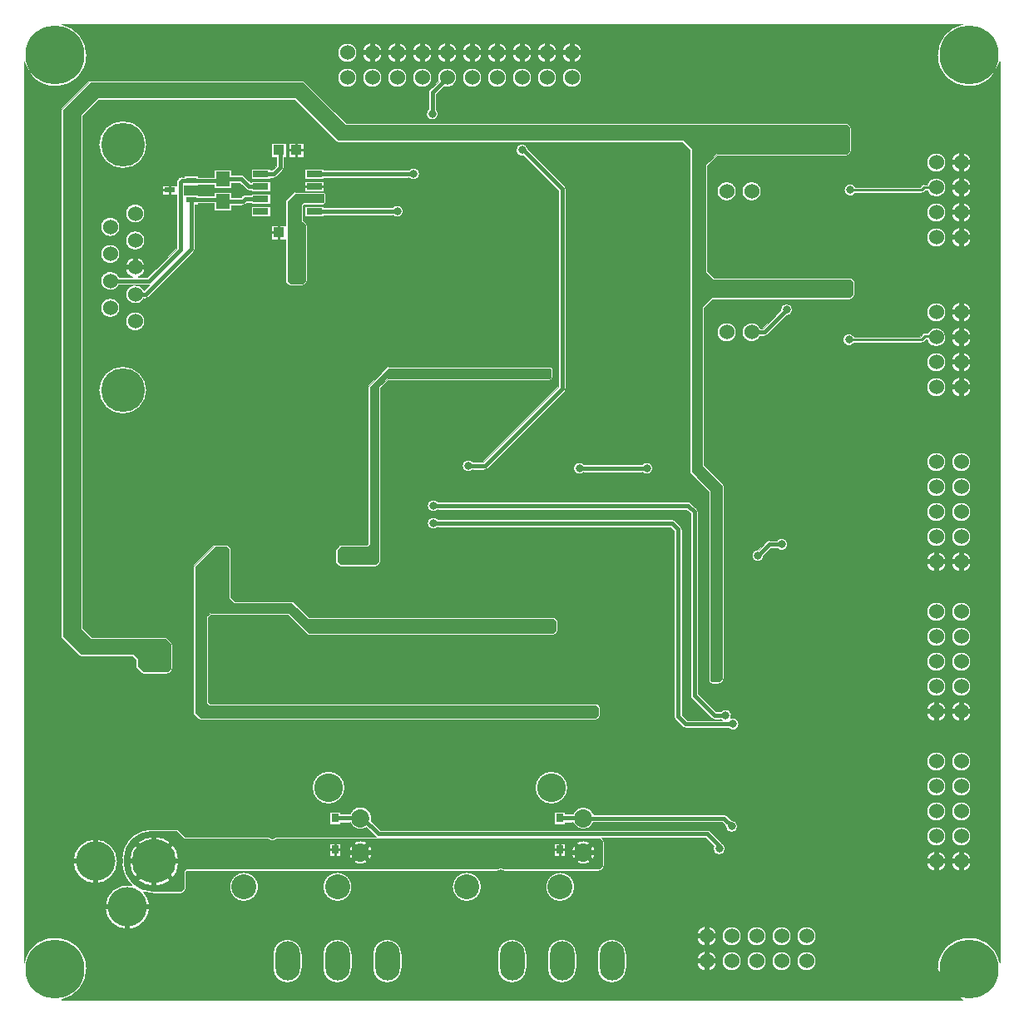
<source format=gbl>
G04 EasyPC Gerber Version 21.0.3 Build 4286 *
%FSLAX35Y35*%
%MOIN*%
%ADD119O,0.09843X0.15748*%
%ADD127R,0.02992X0.03228*%
%ADD125R,0.05500X0.06000*%
%ADD19C,0.00001*%
%ADD71C,0.01000*%
%ADD16C,0.01500*%
%ADD106C,0.02000*%
%ADD86C,0.03200*%
%ADD13C,0.06000*%
%ADD114C,0.07300*%
%ADD20C,0.10000*%
%ADD115C,0.11500*%
%ADD108C,0.15748*%
%ADD84C,0.17500*%
%ADD107C,0.17717*%
%ADD77C,0.23622*%
%ADD126R,0.04134X0.02362*%
%ADD124R,0.06004X0.02559*%
%ADD110R,0.04291X0.03937*%
X0Y0D02*
D02*
D13*
X42750Y281800D03*
Y292600D03*
Y303400D03*
Y314200D03*
X52750Y276400D03*
Y287200D03*
Y298000D03*
Y308800D03*
Y319600D03*
X137750Y374000D03*
Y384000D03*
X147750Y374000D03*
Y384000D03*
X157750Y374000D03*
Y384000D03*
X167750Y374000D03*
Y384000D03*
X177750Y374000D03*
Y384000D03*
X187750Y374000D03*
Y384000D03*
X197750Y374000D03*
Y384000D03*
X207750Y374000D03*
Y384000D03*
X217750Y374000D03*
Y384000D03*
X227750Y374000D03*
Y384000D03*
X281750Y20000D03*
Y30000D03*
X289750Y272000D03*
Y328500D03*
X291750Y20000D03*
Y30000D03*
X299750Y272000D03*
Y328500D03*
X301750Y20000D03*
Y30000D03*
X311750Y20000D03*
Y30000D03*
X321750Y20000D03*
Y30000D03*
X373750Y60000D03*
Y70000D03*
Y80000D03*
Y90000D03*
Y100000D03*
Y120000D03*
Y130000D03*
Y140000D03*
Y150000D03*
Y160000D03*
Y180000D03*
Y190000D03*
Y200000D03*
Y210000D03*
Y220000D03*
Y250000D03*
Y260000D03*
Y270000D03*
Y280000D03*
Y310000D03*
Y320000D03*
Y330000D03*
Y340000D03*
X383750Y60000D03*
Y70000D03*
Y80000D03*
Y90000D03*
Y100000D03*
Y120000D03*
Y130000D03*
Y140000D03*
Y150000D03*
Y160000D03*
Y180000D03*
Y190000D03*
Y200000D03*
Y210000D03*
Y220000D03*
Y250000D03*
Y260000D03*
Y270000D03*
Y280000D03*
Y310000D03*
Y320000D03*
Y330000D03*
Y340000D03*
D02*
D16*
X42750Y292600D02*
X58350D01*
X70750Y305000*
Y332000*
X71490Y332740*
X75081*
X52750Y287200D02*
X56950D01*
X75081Y305331*
Y325260*
X86990*
X87750Y324500*
X75081Y332740D02*
X86990D01*
X87750Y333500*
Y324500D02*
X95750D01*
X96750Y325500*
X103073*
X87750Y333500D02*
X95250D01*
X98250Y330500*
X103073*
Y335500D02*
X108250D01*
X110750Y338000*
Y344500*
X110250Y345000*
X132750Y77339D02*
X142998D01*
X143021Y77315*
X144021*
X150336Y71000*
X281750*
X286750Y66000*
Y65000*
X157750Y320500D02*
X124427D01*
X164250Y335500D02*
X124427D01*
X171750Y359500D02*
Y368000D01*
X177750Y374000*
X172250Y195500D02*
X267750D01*
X270250Y193000*
Y118000*
X273250Y115000*
X292250*
X172250Y202500D02*
X274250D01*
X276750Y200000*
Y126500*
X284750Y118500*
X289250*
X186250Y218500D02*
X192750D01*
X223750Y249500*
Y329500*
X207750Y345500*
Y345000*
X222750Y77339D02*
X232293D01*
X232317Y77315*
X230750Y217500D02*
X257750D01*
X232317Y77315D02*
X288435D01*
X291750Y74000*
X299750Y272000D02*
X304750D01*
X313750Y281000*
X302250Y182500D02*
X306750Y187000D01*
X311750*
D02*
D19*
X48250Y59500D02*
G75*
G03X59750Y48000I11500D01*
G01*
X71250*
X72250Y49000*
Y56000*
X73250Y57000*
X197923*
G75*
G02X200577I1327J-2000*
G01*
X238750*
X239750Y58000*
Y68000*
X238750Y69000*
X109624*
G75*
G02X105876I-1874J1500*
G01*
X72250*
X69250Y72000*
X59250*
G75*
G03X48250Y61000J-11000*
G01*
Y59500*
X130455Y67075D02*
X135045D01*
Y62248*
X130455*
Y67075*
X143021Y68185D02*
G75*
G02X147671Y63535J-4650D01*
G01*
G75*
G02X143021Y58885I-4650*
G01*
G75*
G02X138371Y63535J4650*
G01*
G75*
G02X143021Y68185I4650*
G01*
X220455Y67075D02*
X225045D01*
Y62248*
X220455*
Y67075*
X232317Y68185D02*
G75*
G02X236967Y63535J-4650D01*
G01*
G75*
G02X232317Y58885I-4650*
G01*
G75*
G02X227667Y63535J4650*
G01*
G75*
G02X232317Y68185I4650*
G01*
X50514Y60000D02*
G75*
G02X70230I9858D01*
G01*
G75*
G02X50514I-9858*
G01*
X239750Y64661D02*
G36*
X236829D01*
G75*
G02X236967Y63536I-4512J-1125*
G01*
Y63535*
Y63535*
G75*
G02X232317Y58885I-4650*
G01*
G75*
G02X227667Y63535J4650*
G01*
Y63535*
Y63536*
G75*
G02X227805Y64661I4650J0*
G01*
X225045*
Y62248*
X220455*
Y64661*
X147533*
G75*
G02X147671Y63536I-4512J-1125*
G01*
Y63535*
Y63535*
G75*
G02X143021Y58885I-4650*
G01*
G75*
G02X138371Y63535J4650*
G01*
Y63535*
Y63536*
G75*
G02X138509Y64661I4650J0*
G01*
X135045*
Y62248*
X130455*
Y64661*
X69059*
G75*
G02X70230Y60000I-8687J-4661*
G01*
G75*
G02X50514I-9858*
G01*
G75*
G02X51685Y64661I9858*
G01*
X48877*
G75*
G03X48250Y61000I10373J-3661*
G01*
Y59500*
Y59499*
G75*
G03X59749Y48000I11499*
G01*
X59750*
X71250*
X72250Y49000*
Y56000*
X73250Y57000*
X197923*
G75*
G02X200577I1327J-2000*
G01*
X238750*
X239750Y58000*
Y64661*
G37*
X69250Y72000D02*
G36*
X59250D01*
G75*
G03X48877Y64661J-11000*
G01*
X51685*
G75*
G02X69059I8687J-4661*
G01*
X130455*
Y67075*
X135045*
Y64661*
X138509*
G75*
G02X143021Y68185I4511J-1126*
G01*
G75*
G02X147533Y64661I0J-4650*
G01*
X220455*
Y67075*
X225045*
Y64661*
X227805*
G75*
G02X232317Y68185I4511J-1126*
G01*
G75*
G02X236829Y64661I0J-4650*
G01*
X239750*
Y68000*
X238750Y69000*
X109624*
G75*
G02X105876I-1874J1500*
G01*
X72250*
X69250Y72000*
G37*
X113750Y324500D02*
Y292500D01*
X114750Y291500*
X119750*
X120750Y292500*
Y315000*
X119250Y316500*
Y323000*
X120250Y324000*
X128250*
Y327500*
X116750*
X113750Y324500*
G36*
Y292500*
X114750Y291500*
X119750*
X120750Y292500*
Y315000*
X119250Y316500*
Y323000*
X120250Y324000*
X128250*
Y327500*
X116750*
X113750Y324500*
G37*
X133750Y184500D02*
Y180000D01*
X134750Y179000*
X149250*
X150250Y180000*
Y250000*
X153750Y253500*
X218750*
X219250Y254000*
Y257000*
X218750Y257500*
X154250*
X146750Y250000*
Y187000*
X145750Y186000*
X135250*
X133750Y184500*
G36*
Y180000*
X134750Y179000*
X149250*
X150250Y180000*
Y250000*
X153750Y253500*
X218750*
X219250Y254000*
Y257000*
X218750Y257500*
X154250*
X146750Y250000*
Y187000*
X145750Y186000*
X135250*
X133750Y184500*
G37*
X238250Y121500D02*
X237250Y122500D01*
X82250*
X81250Y123500*
Y158000*
X82750Y159500*
X114250*
X122250Y151500*
X220250*
X221250Y152500*
Y156000*
X220250Y157000*
X121750*
X115250Y163500*
X92250*
X90250Y165500*
Y185000*
X89250Y186000*
X84750*
X76750Y178000*
Y119500*
X78750Y117500*
X237250*
X238250Y118500*
Y121500*
G36*
X237250Y122500*
X82250*
X81250Y123500*
Y158000*
X82750Y159500*
X114250*
X122250Y151500*
X220250*
X221250Y152500*
Y156000*
X220250Y157000*
X121750*
X115250Y163500*
X92250*
X90250Y165500*
Y185000*
X89250Y186000*
X84750*
X76750Y178000*
Y119500*
X78750Y117500*
X237250*
X238250Y118500*
Y121500*
G37*
X340250Y292000D02*
X339250Y293000D01*
X284250*
X281250Y296000*
Y339000*
X285750Y343500*
X337750*
X338750Y344500*
Y354000*
X337750Y355000*
X136750*
X119750Y372000*
X34750*
X23750Y361000*
Y150000*
X30750Y143000*
X51750*
X53750Y141000*
Y138000*
X55750Y136000*
X65750*
X66750Y137000*
Y147000*
X64750Y149000*
X34750*
X30750Y153000*
Y359000*
X37750Y366000*
X116750*
X133750Y349000*
X272250*
X275750Y345500*
Y216000*
X283250Y208500*
Y132500*
X283750Y132000*
X286750*
X287750Y133000*
Y210500*
X279750Y218500*
Y282000*
X283750Y286000*
X339250*
X340250Y287000*
Y292000*
G36*
X339250Y293000*
X284250*
X281250Y296000*
Y339000*
X285750Y343500*
X337750*
X338750Y344500*
Y354000*
X337750Y355000*
X136750*
X119750Y372000*
X34750*
X23750Y361000*
Y150000*
X30750Y143000*
X51750*
X53750Y141000*
Y138000*
X55750Y136000*
X65750*
X66750Y137000*
Y147000*
X64750Y149000*
X34750*
X30750Y153000*
Y359000*
X37750Y366000*
X116750*
X133750Y349000*
X272250*
X275750Y345500*
Y216000*
X283250Y208500*
Y132500*
X283750Y132000*
X286750*
X287750Y133000*
Y210500*
X279750Y218500*
Y282000*
X283750Y286000*
X339250*
X340250Y287000*
Y292000*
G37*
X399150Y380421D02*
G75*
G02X374210Y383071I-12330J2650D01*
G01*
G75*
G02X384171Y395400I12611*
G01*
X23329*
G75*
G02X33290Y383071I-2650J-12330*
G01*
G75*
G02X8350Y380421I-12611*
G01*
Y19579*
G75*
G02X33290Y16929I12330J-2650*
G01*
G75*
G02X23329Y4600I-12611*
G01*
X384171*
G75*
G02X374210Y16929I2650J12330*
G01*
G75*
G02X399150Y19579I12611*
G01*
Y380421*
X379750Y60000D02*
G75*
G02X387750I4000D01*
G01*
G75*
G02X379750I-4000*
G01*
Y120000D02*
G75*
G02X387750I4000D01*
G01*
G75*
G02X379750I-4000*
G01*
X379950Y70000D02*
G75*
G02X387550I3800D01*
G01*
G75*
G02X379950I-3800*
G01*
Y80000D02*
G75*
G02X387550I3800D01*
G01*
G75*
G02X379950I-3800*
G01*
Y90000D02*
G75*
G02X387550I3800D01*
G01*
G75*
G02X379950I-3800*
G01*
Y100000D02*
G75*
G02X387550I3800D01*
G01*
G75*
G02X379950I-3800*
G01*
X379750Y180000D02*
G75*
G02X387750I4000D01*
G01*
G75*
G02X379750I-4000*
G01*
X379950Y130000D02*
G75*
G02X387550I3800D01*
G01*
G75*
G02X379950I-3800*
G01*
Y140000D02*
G75*
G02X387550I3800D01*
G01*
G75*
G02X379950I-3800*
G01*
Y150000D02*
G75*
G02X387550I3800D01*
G01*
G75*
G02X379950I-3800*
G01*
Y160000D02*
G75*
G02X387550I3800D01*
G01*
G75*
G02X379950I-3800*
G01*
X379750Y250000D02*
G75*
G02X387750I4000D01*
G01*
G75*
G02X379750I-4000*
G01*
X379950Y190000D02*
G75*
G02X387550I3800D01*
G01*
G75*
G02X379950I-3800*
G01*
Y200000D02*
G75*
G02X387550I3800D01*
G01*
G75*
G02X379950I-3800*
G01*
Y210000D02*
G75*
G02X387550I3800D01*
G01*
G75*
G02X379950I-3800*
G01*
Y220000D02*
G75*
G02X387550I3800D01*
G01*
G75*
G02X379950I-3800*
G01*
X379750Y260000D02*
G75*
G02X387750I4000D01*
G01*
G75*
G02X379750I-4000*
G01*
Y270000D02*
G75*
G02X387750I4000D01*
G01*
G75*
G02X379750I-4000*
G01*
Y280000D02*
G75*
G02X387750I4000D01*
G01*
G75*
G02X379750I-4000*
G01*
Y310000D02*
G75*
G02X387750I4000D01*
G01*
G75*
G02X379750I-4000*
G01*
Y320000D02*
G75*
G02X387750I4000D01*
G01*
G75*
G02X379750I-4000*
G01*
Y330000D02*
G75*
G02X387750I4000D01*
G01*
G75*
G02X379750I-4000*
G01*
Y340000D02*
G75*
G02X387750I4000D01*
G01*
G75*
G02X379750I-4000*
G01*
X133950Y374000D02*
G75*
G02X141550I3800D01*
G01*
G75*
G02X133950I-3800*
G01*
Y384000D02*
G75*
G02X141550I3800D01*
G01*
G75*
G02X133950I-3800*
G01*
X143750D02*
G75*
G02X151750I4000D01*
G01*
G75*
G02X143750I-4000*
G01*
X143950Y374000D02*
G75*
G02X151550I3800D01*
G01*
G75*
G02X143950I-3800*
G01*
X153750Y384000D02*
G75*
G02X161750I4000D01*
G01*
G75*
G02X153750I-4000*
G01*
X153950Y374000D02*
G75*
G02X161550I3800D01*
G01*
G75*
G02X153950I-3800*
G01*
X163750Y384000D02*
G75*
G02X171750I4000D01*
G01*
G75*
G02X163750I-4000*
G01*
X163950Y374000D02*
G75*
G02X171550I3800D01*
G01*
G75*
G02X163950I-3800*
G01*
X173950D02*
G75*
G02X181550I3800D01*
G01*
G75*
G02X176393Y370451I-3800J0*
G01*
X173300Y367358*
Y361332*
G75*
G02X174150Y359500I-1550J-1832*
G01*
G75*
G02X169350I-2400*
G01*
G75*
G02X170200Y361332I2400*
G01*
Y368000*
G75*
G02X170654Y369096I1550*
G01*
X174201Y372643*
G75*
G02X173950Y374000I3550J1358*
G01*
X173750Y384000D02*
G75*
G02X181750I4000D01*
G01*
G75*
G02X173750I-4000*
G01*
X183750D02*
G75*
G02X191750I4000D01*
G01*
G75*
G02X183750I-4000*
G01*
X183950Y374000D02*
G75*
G02X191550I3800D01*
G01*
G75*
G02X183950I-3800*
G01*
X193750Y384000D02*
G75*
G02X201750I4000D01*
G01*
G75*
G02X193750I-4000*
G01*
X193950Y374000D02*
G75*
G02X201550I3800D01*
G01*
G75*
G02X193950I-3800*
G01*
X203750Y384000D02*
G75*
G02X211750I4000D01*
G01*
G75*
G02X203750I-4000*
G01*
X203950Y374000D02*
G75*
G02X211550I3800D01*
G01*
G75*
G02X203950I-3800*
G01*
X213750Y384000D02*
G75*
G02X221750I4000D01*
G01*
G75*
G02X213750I-4000*
G01*
X213950Y374000D02*
G75*
G02X221550I3800D01*
G01*
G75*
G02X213950I-3800*
G01*
X223750Y384000D02*
G75*
G02X231750I4000D01*
G01*
G75*
G02X223750I-4000*
G01*
X223950Y374000D02*
G75*
G02X231550I3800D01*
G01*
G75*
G02X223950I-3800*
G01*
X369950Y340000D02*
G75*
G02X377550I3800D01*
G01*
G75*
G02X369950I-3800*
G01*
X340815Y292567D02*
G75*
G02X341050Y292000I-565J-567D01*
G01*
Y287000*
G75*
G02X340815Y286433I-800*
G01*
X339817Y285435*
G75*
G02X339250Y285200I-567J565*
G01*
X284081*
X280550Y281669*
Y218831*
X288315Y211067*
G75*
G02X288550Y210500I-565J-567*
G01*
Y133000*
G75*
G02X288315Y132433I-800*
G01*
X287317Y131435*
G75*
G02X286750Y131200I-567J565*
G01*
X283750*
G75*
G02X283183Y131435J800*
G01*
X282685Y131933*
G75*
G02X282450Y132500I565J567*
G01*
Y208169*
X275185Y215433*
G75*
G02X274950Y216000I565J567*
G01*
Y345169*
X271919Y348200*
X133750*
G75*
G02X133183Y348435J800*
G01*
X116419Y365200*
X38081*
X31550Y358669*
Y153331*
X35081Y149800*
X64750*
G75*
G02X65317Y149565J-800*
G01*
X67315Y147567*
G75*
G02X67550Y147000I-565J-567*
G01*
Y137000*
G75*
G02X67315Y136433I-800*
G01*
X66317Y135435*
G75*
G02X65750Y135200I-567J565*
G01*
X55750*
G75*
G02X55183Y135435J800*
G01*
X53185Y137433*
G75*
G02X52950Y138000I565J567*
G01*
Y140669*
X51419Y142200*
X30750*
G75*
G02X30183Y142435J800*
G01*
X23185Y149433*
G75*
G02X22950Y150000I565J567*
G01*
Y361000*
G75*
G02X23185Y361567I800*
G01*
X34183Y372565*
G75*
G02X34750Y372800I567J-565*
G01*
X119750*
G75*
G02X120317Y372565J-800*
G01*
X137081Y355800*
X337750*
G75*
G02X338317Y355565J-800*
G01*
X339315Y354567*
G75*
G02X339550Y354000I-565J-567*
G01*
Y344500*
G75*
G02X339315Y343933I-800*
G01*
X338317Y342935*
G75*
G02X337750Y342700I-567J565*
G01*
X286081*
X282050Y338669*
Y296331*
X284581Y293800*
X339250*
G75*
G02X339817Y293565J-800*
G01*
X340815Y292567*
X295950Y328500D02*
G75*
G02X303550I3800D01*
G01*
G75*
G02X295950I-3800*
G01*
X370179Y331300D02*
G75*
G02X377550Y330000I3571J-1300D01*
G01*
G75*
G02X370179Y328700I-3800*
G01*
X369289*
X368669Y328081*
G75*
G02X367748Y327700I-919J920*
G01*
X341267*
G75*
G02X336850Y329000I-2017J1300*
G01*
G75*
G02X341267Y330300I2400*
G01*
X367211*
X367831Y330919*
G75*
G02X368752Y331300I919J-920*
G01*
X370179*
X369950Y280000D02*
G75*
G02X377550I3800D01*
G01*
G75*
G02X369950I-3800*
G01*
Y310000D02*
G75*
G02X377550I3800D01*
G01*
G75*
G02X369950I-3800*
G01*
Y320000D02*
G75*
G02X377550I3800D01*
G01*
G75*
G02X369950I-3800*
G01*
X285950Y328500D02*
G75*
G02X293550I3800D01*
G01*
G75*
G02X285950I-3800*
G01*
Y272000D02*
G75*
G02X293550I3800D01*
G01*
G75*
G02X285950I-3800*
G01*
X311350Y281000D02*
G75*
G02X316150I2400D01*
G01*
G75*
G02X313550Y278608I-2400*
G01*
X305846Y270904*
G75*
G02X304749Y270450I-1096J1096*
G01*
X303220*
G75*
G02X295950Y272000I-3470J1550*
G01*
G75*
G02X303220Y273550I3800*
G01*
X304108*
X311358Y280800*
G75*
G02X311350Y281000I2392J199*
G01*
X297950Y20000D02*
G75*
G02X305550I3800D01*
G01*
G75*
G02X297950I-3800*
G01*
Y30000D02*
G75*
G02X305550I3800D01*
G01*
G75*
G02X297950I-3800*
G01*
X309918Y188550D02*
G75*
G02X314150Y187000I1832J-1550D01*
G01*
G75*
G02X309918Y185450I-2400*
G01*
X307392*
X304642Y182700*
G75*
G02X304650Y182500I-2392J-199*
G01*
G75*
G02X299850I-2400*
G01*
G75*
G02X302450Y184892I2400*
G01*
X305654Y188096*
G75*
G02X306751Y188550I1096J-1096*
G01*
X309918*
X307950Y20000D02*
G75*
G02X315550I3800D01*
G01*
G75*
G02X307950I-3800*
G01*
Y30000D02*
G75*
G02X315550I3800D01*
G01*
G75*
G02X307950I-3800*
G01*
X317950Y20000D02*
G75*
G02X325550I3800D01*
G01*
G75*
G02X317950I-3800*
G01*
Y30000D02*
G75*
G02X325550I3800D01*
G01*
G75*
G02X317950I-3800*
G01*
X370404Y271800D02*
G75*
G02X377550Y270000I3346J-1800D01*
G01*
G75*
G02X370035Y269200I-3800*
G01*
X369789*
X368669Y268081*
G75*
G02X367748Y267700I-919J920*
G01*
X340767*
G75*
G02X336350Y269000I-2017J1300*
G01*
G75*
G02X340767Y270300I2400*
G01*
X367211*
X368331Y271419*
G75*
G02X369252Y271800I919J-920*
G01*
X370404*
X369950Y190000D02*
G75*
G02X377550I3800D01*
G01*
G75*
G02X369950I-3800*
G01*
Y200000D02*
G75*
G02X377550I3800D01*
G01*
G75*
G02X369950I-3800*
G01*
Y210000D02*
G75*
G02X377550I3800D01*
G01*
G75*
G02X369950I-3800*
G01*
Y220000D02*
G75*
G02X377550I3800D01*
G01*
G75*
G02X369950I-3800*
G01*
Y250000D02*
G75*
G02X377550I3800D01*
G01*
G75*
G02X369950I-3800*
G01*
Y260000D02*
G75*
G02X377550I3800D01*
G01*
G75*
G02X369950I-3800*
G01*
X369750Y60000D02*
G75*
G02X377750I4000D01*
G01*
G75*
G02X369750I-4000*
G01*
Y120000D02*
G75*
G02X377750I4000D01*
G01*
G75*
G02X369750I-4000*
G01*
X369950Y70000D02*
G75*
G02X377550I3800D01*
G01*
G75*
G02X369950I-3800*
G01*
Y80000D02*
G75*
G02X377550I3800D01*
G01*
G75*
G02X369950I-3800*
G01*
Y90000D02*
G75*
G02X377550I3800D01*
G01*
G75*
G02X369950I-3800*
G01*
Y100000D02*
G75*
G02X377550I3800D01*
G01*
G75*
G02X369950I-3800*
G01*
X369750Y180000D02*
G75*
G02X377750I4000D01*
G01*
G75*
G02X369750I-4000*
G01*
X369950Y130000D02*
G75*
G02X377550I3800D01*
G01*
G75*
G02X369950I-3800*
G01*
Y140000D02*
G75*
G02X377550I3800D01*
G01*
G75*
G02X369950I-3800*
G01*
Y150000D02*
G75*
G02X377550I3800D01*
G01*
G75*
G02X369950I-3800*
G01*
Y160000D02*
G75*
G02X377550I3800D01*
G01*
G75*
G02X369950I-3800*
G01*
X224846Y330596D02*
G75*
G02X225300Y329500I-1096J-1096D01*
G01*
Y249500*
G75*
G02X224846Y248404I-1550*
G01*
X193846Y217404*
G75*
G02X192749Y216950I-1096J1096*
G01*
X188082*
G75*
G02X183850Y218500I-1832J1550*
G01*
G75*
G02X188082Y220050I2400*
G01*
X192108*
X222200Y250142*
Y328858*
X208375Y342683*
G75*
G02X205350Y345000I-625J2317*
G01*
G75*
G02X210130Y345313I2400*
G01*
X224846Y330596*
X255918Y219050D02*
G75*
G02X260150Y217500I1832J-1550D01*
G01*
G75*
G02X255918Y215950I-2400*
G01*
X232582*
G75*
G02X228350Y217500I-1832J1550*
G01*
G75*
G02X232582Y219050I2400*
G01*
X255918*
X120624Y332579D02*
X128230D01*
Y328421*
X120624*
Y332579*
X162418Y337050D02*
G75*
G02X166650Y335500I1832J-1550D01*
G01*
G75*
G02X162418Y333950I-2400*
G01*
X128230*
Y333421*
X120624*
Y337579*
X128230*
Y337050*
X162418*
X47750Y258350D02*
G75*
G02X57300Y248800J-9550D01*
G01*
G75*
G02X47750Y239250I-9550*
G01*
G75*
G02X38200Y248800J9550*
G01*
G75*
G02X47750Y258350I9550*
G01*
Y356750D02*
G75*
G02Y337650J-9550D01*
G01*
G75*
G02X38200Y347200J9550*
G01*
G75*
G02X47750Y356750I9550*
G01*
X99270Y332579D02*
X106876D01*
Y328421*
X99270*
Y328950*
X98251*
G75*
G02X97154Y329404I-1J1550*
G01*
X94608Y331950*
X91301*
Y329701*
X84199*
Y331190*
X77947*
Y330760*
X72300*
Y327240*
X77947*
Y326810*
X84199*
Y328299*
X91301*
Y326050*
X95108*
X95654Y326596*
G75*
G02X96751Y327050I1096J-1096*
G01*
X99270*
Y327579*
X106876*
Y323421*
X99270*
Y323950*
X97392*
X96846Y323404*
G75*
G02X95749Y322950I-1096J1096*
G01*
X91301*
Y320701*
X84199*
Y323710*
X77947*
Y323280*
X76631*
Y305331*
G75*
G02X76177Y304235I-1550*
G01*
X58046Y286104*
G75*
G02X56949Y285650I-1096J1096*
G01*
X56220*
G75*
G02X48950Y287200I-3470J1550*
G01*
G75*
G02X56220Y288750I3800J0*
G01*
X56308*
X58634Y291076*
G75*
G02X58349Y291050I-285J1525*
G01*
X46220*
G75*
G02X38950Y292600I-3470J1550*
G01*
G75*
G02X46220Y294150I3800J0*
G01*
X51665*
G75*
G02X52750Y302000I1085J3850*
G01*
G75*
G02X53835Y294150J-4000*
G01*
X57708*
X69200Y305642*
Y327020*
X63553*
Y330980*
X69200*
Y332000*
G75*
G02X69654Y333096I1550*
G01*
X70394Y333836*
G75*
G02X71491Y334290I1096J-1096*
G01*
X72215*
Y334720*
X77947*
Y334290*
X84199*
Y337299*
X91301*
Y335050*
X95249*
G75*
G02X96346Y334596I1J-1550*
G01*
X98892Y332050*
X99270*
Y332579*
Y322579D02*
X106876D01*
Y318421*
X99270*
Y322579*
X238815Y122067D02*
G75*
G02X239050Y121500I-565J-567D01*
G01*
Y118500*
G75*
G02X238815Y117933I-800*
G01*
X237817Y116935*
G75*
G02X237250Y116700I-567J565*
G01*
X78750*
G75*
G02X78183Y116935J800*
G01*
X76185Y118933*
G75*
G02X75950Y119500I565J567*
G01*
Y178000*
G75*
G02X76185Y178567I800*
G01*
X84183Y186565*
G75*
G02X84750Y186800I567J-565*
G01*
X89250*
G75*
G02X89817Y186565J-800*
G01*
X90815Y185567*
G75*
G02X91050Y185000I-565J-567*
G01*
Y165831*
X92581Y164300*
X115250*
G75*
G02X115817Y164065J-800*
G01*
X122081Y157800*
X220250*
G75*
G02X220817Y157565J-800*
G01*
X221815Y156567*
G75*
G02X222050Y156000I-565J-567*
G01*
Y152500*
G75*
G02X221815Y151933I-800*
G01*
X220817Y150935*
G75*
G02X220250Y150700I-567J565*
G01*
X122250*
G75*
G02X121683Y150935J800*
G01*
X120839Y151780*
G75*
G02X119530Y153089I911J2220*
G01*
X113919Y158700*
X83081*
X82050Y157669*
Y123831*
X82581Y123300*
X237250*
G75*
G02X237817Y123065J-800*
G01*
X238815Y122067*
X130226Y96070D02*
G75*
G02X136776Y89520J-6550D01*
G01*
G75*
G02X130226Y82970I-6550*
G01*
G75*
G02X123676Y89520J6550*
G01*
G75*
G02X130226Y96070I6550*
G01*
X287768Y67174D02*
G75*
G02X289151Y65000I-1018J-2174D01*
G01*
G75*
G02X284349I-2401*
G01*
G75*
G02X284565Y65994I2401J0*
G01*
X281108Y69450*
X239431*
X240315Y68567*
G75*
G02X240550Y68000I-565J-567*
G01*
Y58000*
G75*
G02X240315Y57433I-800*
G01*
X239317Y56435*
G75*
G02X238750Y56200I-567J565*
G01*
X200583*
G75*
G02X200135Y56333I-6J800*
G01*
G75*
G03X198365I-885J-1334*
G01*
G75*
G02X197923Y56200I-443J667*
G01*
X73581*
X73050Y55669*
Y49000*
G75*
G02X72815Y48433I-800*
G01*
X71817Y47435*
G75*
G02X71250Y47200I-567J565*
G01*
X59750*
G75*
G02X55996Y47787I0J12300*
G01*
G75*
G02X49545Y32819I-6451J-6094*
G01*
G75*
G02X40671Y41693J8874*
G01*
G75*
G02X51542Y50339I8874J0*
G01*
G75*
G02X47450Y59499I8208J9161*
G01*
Y61000*
G75*
G02X48123Y64928I11802J0*
G01*
G75*
G02X48124Y64930I814J-231*
G01*
G75*
G02X59250Y72800I11126J-3931*
G01*
X69250*
G75*
G02X69817Y72565J-800*
G01*
X72581Y69800*
X105876*
G75*
G02X106501Y69500J-800*
G01*
G75*
G03X108998Y69499I1249J1001*
G01*
G75*
G02X109022Y69527I630J-508*
G01*
G75*
G02X109629Y69800I602J-527*
G01*
X149355*
G75*
G02X149240Y69904I981J1200*
G01*
X145515Y73629*
G75*
G02X138902Y75631I-2494J3686*
G01*
X135045*
Y74925*
X130455*
Y79752*
X135045*
Y79046*
X138922*
G75*
G02X147329Y76199I4100J-1731*
G01*
X150978Y72550*
X281749*
G75*
G02X282846Y72096I1J-1550*
G01*
X287768Y67174*
X287950Y20000D02*
G75*
G02X295550I3800D01*
G01*
G75*
G02X287950I-3800*
G01*
Y30000D02*
G75*
G02X295550I3800D01*
G01*
G75*
G02X287950I-3800*
G01*
X277750Y20000D02*
G75*
G02X285750I4000D01*
G01*
G75*
G02X277750I-4000*
G01*
Y30000D02*
G75*
G02X285750I4000D01*
G01*
G75*
G02X277750I-4000*
G01*
X223065Y55556D02*
G75*
G02X228865Y49756J-5800D01*
G01*
G75*
G02X223065Y43956I-5800*
G01*
G75*
G02X217265Y49756J5800*
G01*
G75*
G02X223065Y55556I5800*
G01*
X218030Y22953D02*
G75*
G02X229470I5720D01*
G01*
Y17047*
G75*
G02X218030I-5720*
G01*
Y22953*
X238030D02*
G75*
G02X249470I5720D01*
G01*
Y17047*
G75*
G02X238030I-5720*
G01*
Y22953*
X198030D02*
G75*
G02X209470I5720D01*
G01*
Y17047*
G75*
G02X198030I-5720*
G01*
Y22953*
X96368Y55556D02*
G75*
G02X102168Y49756J-5800D01*
G01*
G75*
G02X96368Y43956I-5800*
G01*
G75*
G02X90568Y49756J5800*
G01*
G75*
G02X96368Y55556I5800*
G01*
X108030Y22953D02*
G75*
G02X119470I5720D01*
G01*
Y17047*
G75*
G02X108030I-5720*
G01*
Y22953*
X133769Y55556D02*
G75*
G02X139569Y49756J-5800D01*
G01*
G75*
G02X133769Y43956I-5800*
G01*
G75*
G02X127969Y49756J5800*
G01*
G75*
G02X133769Y55556I5800*
G01*
X128030Y22961D02*
G75*
G02X139470I5720D01*
G01*
Y17055*
G75*
G02X128030I-5720*
G01*
Y22961*
X148030Y22953D02*
G75*
G02X159470I5720D01*
G01*
Y17047*
G75*
G02X148030I-5720*
G01*
Y22953*
X185663Y55556D02*
G75*
G02X191463Y49756J-5800D01*
G01*
G75*
G02X185663Y43956I-5800*
G01*
G75*
G02X179863Y49756J5800*
G01*
G75*
G02X185663Y55556I5800*
G01*
X219522Y96070D02*
G75*
G02X226072Y89520J-6550D01*
G01*
G75*
G02X219522Y82970I-6550*
G01*
G75*
G02X212972Y89520J6550*
G01*
G75*
G02X219522Y96070I6550*
G01*
X291550Y76392D02*
G75*
G02X294150Y74000I200J-2392D01*
G01*
G75*
G02X289350I-2400*
G01*
G75*
G02X289358Y74200I2400J0*
G01*
X287793Y75765*
X236488*
G75*
G02X228198Y75631I-4171J1550*
G01*
X225045*
Y74925*
X220455*
Y79752*
X225045*
Y79046*
X228217*
G75*
G02X236488Y78865I4100J-1731*
G01*
X288434*
G75*
G02X289531Y78411I1J-1550*
G01*
X291550Y76392*
X48950Y276400D02*
G75*
G02X56550I3800D01*
G01*
G75*
G02X48950I-3800*
G01*
Y308800D02*
G75*
G02X56550I3800D01*
G01*
G75*
G02X48950I-3800*
G01*
Y319600D02*
G75*
G02X56550I3800D01*
G01*
G75*
G02X48950I-3800*
G01*
X38950Y281800D02*
G75*
G02X46550I3800D01*
G01*
G75*
G02X38950I-3800*
G01*
Y303400D02*
G75*
G02X46550I3800D01*
G01*
G75*
G02X38950I-3800*
G01*
Y314200D02*
G75*
G02X46550I3800D01*
G01*
G75*
G02X38950I-3800*
G01*
X107305Y347768D02*
X113195D01*
Y342232*
X112300*
Y338000*
G75*
G02X111846Y336904I-1550*
G01*
X109346Y334404*
G75*
G02X108249Y333950I-1096J1096*
G01*
X106876*
Y333421*
X99270*
Y337579*
X106876*
Y337050*
X107608*
X109200Y338642*
Y342232*
X107305*
Y347768*
X128250Y328300D02*
G75*
G02X129050Y327500J-800D01*
G01*
Y324000*
G75*
G02X128250Y323200I-800*
G01*
X120581*
X120050Y322669*
Y316831*
X121315Y315567*
G75*
G02X121550Y315000I-565J-567*
G01*
Y292500*
G75*
G02X121315Y291933I-800*
G01*
X120317Y290935*
G75*
G02X119750Y290700I-567J565*
G01*
X114750*
G75*
G02X114183Y290935J800*
G01*
X113185Y291933*
G75*
G02X112950Y292500I565J567*
G01*
Y309232*
X107305*
Y314768*
X112950*
Y324500*
G75*
G02X113185Y325067I800*
G01*
X116183Y328065*
G75*
G02X116750Y328300I567J-565*
G01*
X128250*
X155918Y322050D02*
G75*
G02X160150Y320500I1832J-1550D01*
G01*
G75*
G02X155918Y318950I-2400*
G01*
X128230*
Y318421*
X120624*
Y322579*
X128230*
Y322050*
X155918*
X219815Y257567D02*
G75*
G02X220050Y257000I-565J-567D01*
G01*
Y254000*
G75*
G02X219815Y253433I-800*
G01*
X219317Y252935*
G75*
G02X218750Y252700I-567J565*
G01*
X154081*
X151050Y249669*
Y180000*
G75*
G02X150815Y179433I-800*
G01*
X149817Y178435*
G75*
G02X149250Y178200I-567J565*
G01*
X134750*
G75*
G02X134183Y178435J800*
G01*
X133185Y179433*
G75*
G02X132950Y180000I565J567*
G01*
Y184500*
G75*
G02X133185Y185067I800*
G01*
X134683Y186565*
G75*
G02X135250Y186800I567J-565*
G01*
X145419*
X145950Y187331*
Y250000*
G75*
G02X146185Y250567I800*
G01*
X153683Y258065*
G75*
G02X154250Y258300I567J-565*
G01*
X218750*
G75*
G02X219317Y258065J-800*
G01*
X219815Y257567*
X291258Y117185D02*
G75*
G02X294650Y115000I992J-2185D01*
G01*
G75*
G02X290418Y113450I-2400*
G01*
X273251*
G75*
G02X272154Y113904I-1J1550*
G01*
X269154Y116904*
G75*
G02X268700Y118000I1096J1096*
G01*
Y192358*
X267108Y193950*
X174082*
G75*
G02X169850Y195500I-1832J1550*
G01*
G75*
G02X174082Y197050I2400*
G01*
X267749*
G75*
G02X268846Y196596I1J-1550*
G01*
X271346Y194096*
G75*
G02X271800Y193000I-1096J-1096*
G01*
Y118642*
X273892Y116550*
X287851*
G75*
G02X287418Y116950I1399J1949*
G01*
X284751*
G75*
G02X283654Y117404I-1J1550*
G01*
X275654Y125404*
G75*
G02X275200Y126500I1096J1096*
G01*
Y199358*
X273608Y200950*
X174082*
G75*
G02X169850Y202500I-1832J1550*
G01*
G75*
G02X174082Y204050I2400*
G01*
X274249*
G75*
G02X275346Y203596I1J-1550*
G01*
X277846Y201096*
G75*
G02X278300Y200000I-1096J-1096*
G01*
Y127142*
X285392Y120050*
X287418*
G75*
G02X291258Y117185I1832J-1550*
G01*
X114305Y347768D02*
X120195D01*
Y342232*
X114305*
Y347768*
X36750Y68874D02*
G75*
G02X45624Y60000J-8874D01*
G01*
G75*
G02X36750Y51126I-8874*
G01*
G75*
G02X27876Y60000J8874*
G01*
G75*
G02X36750Y68874I8874*
G01*
X8448Y20000D02*
G36*
X8350D01*
Y19579*
G75*
G02X8448Y20000I12331J-2648*
G01*
G37*
X384171Y4600D02*
G36*
G75*
G02X374210Y16929I2649J12329D01*
G01*
Y16929*
G75*
G02X374589Y20000I12611J0*
G01*
X325550*
G75*
G02X317950I-3800*
G01*
X315550*
G75*
G02X307950I-3800*
G01*
X305550*
G75*
G02X297950I-3800*
G01*
X295550*
G75*
G02X287950I-3800*
G01*
X285750*
G75*
G02X277750I-4000*
G01*
X249470*
Y17047*
G75*
G02X238030I-5720*
G01*
Y20000*
X229470*
Y17047*
G75*
G02X218030I-5720*
G01*
Y20000*
X209470*
Y17047*
G75*
G02X198030I-5720*
G01*
Y20000*
X159470*
Y17047*
G75*
G02X148030I-5720*
G01*
Y20000*
X139470*
Y17055*
G75*
G02X128030I-5720*
G01*
Y20000*
X119470*
Y17047*
G75*
G02X108030I-5720*
G01*
Y20000*
X32911*
G75*
G02X33290Y16929I-12232J-3070*
G01*
G75*
G02X23329Y4600I-12612J0*
G01*
X384171*
G37*
X399150Y20000D02*
G36*
X399052D01*
G75*
G02X399150Y19579I-12233J-3069*
G01*
Y20000*
G37*
Y30000D02*
G36*
X325550D01*
G75*
G02X317950I-3800*
G01*
X315550*
G75*
G02X307950I-3800*
G01*
X305550*
G75*
G02X297950I-3800*
G01*
X295550*
G75*
G02X287950I-3800*
G01*
X285750*
G75*
G02X277750I-4000*
G01*
X8350*
Y20000*
X8448*
G75*
G02X32911I12231J-3071*
G01*
X108030*
Y22953*
G75*
G02X119470I5720*
G01*
Y20000*
X128030*
Y22961*
G75*
G02X139470I5720*
G01*
Y20000*
X148030*
Y22953*
G75*
G02X159470I5720*
G01*
Y20000*
X198030*
Y22953*
G75*
G02X209470I5720*
G01*
Y20000*
X218030*
Y22953*
G75*
G02X229470I5720*
G01*
Y20000*
X238030*
Y22953*
G75*
G02X249470I5720*
G01*
Y20000*
X277750*
G75*
G02X285750I4000*
G01*
X287950*
G75*
G02X295550I3800*
G01*
X297950*
G75*
G02X305550I3800*
G01*
X307950*
G75*
G02X315550I3800*
G01*
X317950*
G75*
G02X325550I3800*
G01*
X374589*
G75*
G02X399052I12231J-3071*
G01*
X399150*
Y30000*
G37*
Y49756D02*
G36*
X228865D01*
G75*
G02X223065Y43956I-5800*
G01*
G75*
G02X217265Y49756J5800*
G01*
X191463*
G75*
G02X185663Y43956I-5800*
G01*
G75*
G02X179863Y49756J5800*
G01*
X139569*
G75*
G02X133769Y43956I-5800*
G01*
G75*
G02X127969Y49756J5800*
G01*
X102168*
G75*
G02X96368Y43956I-5800*
G01*
G75*
G02X90568Y49756J5800*
G01*
X73050*
Y49000*
Y49000*
G75*
G02X72815Y48433I-800*
G01*
X71817Y47435*
G75*
G02X71250Y47200I-566J565*
G01*
X59750*
G75*
G02X55996Y47787I0J12300*
G01*
G75*
G02X58420Y41693I-6450J-6094*
G01*
G75*
G02X49545Y32819I-8874*
G01*
G75*
G02X40671Y41693J8874*
G01*
G75*
G02X45839Y49756I8874J0*
G01*
X8350*
Y30000*
X277750*
G75*
G02X285750I4000*
G01*
X287950*
G75*
G02X295550I3800*
G01*
X297950*
G75*
G02X305550I3800*
G01*
X307950*
G75*
G02X315550I3800*
G01*
X317950*
G75*
G02X325550I3800*
G01*
X399150*
Y49756*
G37*
X47450Y60000D02*
G36*
X45624D01*
G75*
G02X36750Y51126I-8874*
G01*
G75*
G02X27876Y60000J8874*
G01*
X8350*
Y49756*
X45839*
G75*
G02X51542Y50339I3706J-8063*
G01*
G75*
G02X47450Y59499I8207J9161*
G01*
Y60000*
G37*
X399150D02*
G36*
X387750D01*
G75*
G02X379750I-4000*
G01*
X377750*
G75*
G02X369750I-4000*
G01*
X240550*
Y58000*
Y58000*
G75*
G02X240315Y57433I-800*
G01*
X239317Y56435*
G75*
G02X238750Y56200I-566J565*
G01*
X200583*
G75*
G02X200135Y56333I-7J796*
G01*
G75*
G03X198365I-885J-1335*
G01*
G75*
G02X197923Y56200I-444J670*
G01*
X73581*
X73050Y55669*
Y49756*
X90568*
G75*
G02X96368Y55556I5800*
G01*
G75*
G02X102168Y49756J-5800*
G01*
X127969*
G75*
G02X133769Y55556I5800*
G01*
G75*
G02X139569Y49756J-5800*
G01*
X179863*
G75*
G02X185663Y55556I5800*
G01*
G75*
G02X191463Y49756J-5800*
G01*
X217265*
G75*
G02X223065Y55556I5800*
G01*
G75*
G02X228865Y49756J-5800*
G01*
X399150*
Y60000*
G37*
X47450D02*
G36*
Y61000D01*
G75*
G02Y61001I13534J1*
G01*
G75*
G02X48123Y64928I11793*
G01*
G75*
G02X48124Y64930I19J-4*
G01*
G75*
G02X51618Y70000I11126J-3930*
G01*
X8350*
Y60000*
X27876*
G75*
G02X36750Y68874I8874*
G01*
G75*
G02X45624Y60000J-8874*
G01*
X47450*
G37*
X149144Y70000D02*
G36*
X72381D01*
X72581Y69800*
X105876*
G75*
G02X106501Y69500I-1J-802*
G01*
G75*
G03X108998Y69499I1249J1001*
G01*
G75*
G02X109022Y69527I1019J-837*
G01*
G75*
G02X109629Y69800I602J-528*
G01*
X149355*
G75*
G02X149240Y69904I969J1187*
G01*
X149144Y70000*
G37*
X399150D02*
G36*
X387550D01*
G75*
G02X379950I-3800*
G01*
X377550*
G75*
G02X369950I-3800*
G01*
X284942*
X287768Y67174*
G75*
G02X289151Y65000I-1018J-2175*
G01*
G75*
G02X284349I-2401*
G01*
G75*
G02Y65001I2148J0*
G01*
G75*
G02X284565Y65994I2396*
G01*
X281108Y69450*
X239431*
X240315Y68567*
G75*
G02X240550Y68000I-565J-566*
G01*
Y68000*
Y60000*
X369750*
G75*
G02X377750I4000*
G01*
X379750*
G75*
G02X387750I4000*
G01*
X399150*
Y70000*
G37*
X149144D02*
G36*
X145515Y73629D01*
G75*
G02X138902Y75631I-2494J3685*
G01*
X135045*
Y74925*
X130455*
Y79752*
X135045*
Y79046*
X138922*
G75*
G02X139472Y80000I4100J-1731*
G01*
X8350*
Y70000*
X51618*
G75*
G02X59250Y72800I7631J-9000*
G01*
X69250*
G75*
G02X69817Y72565I0J-800*
G01*
X72381Y70000*
X149144*
G37*
X399150Y80000D02*
G36*
X387550D01*
G75*
G02X379950I-3800*
G01*
X377550*
G75*
G02X369950I-3800*
G01*
X235865*
G75*
G02X236488Y78865I-3548J-2686*
G01*
X288434*
G75*
G02X289531Y78411I1J-1550*
G01*
X291550Y76392*
G75*
G02X294150Y74000I199J-2392*
G01*
G75*
G02X289350I-2400*
G01*
G75*
G02Y74005I2275J2*
G01*
G75*
G02X289358Y74200I2299*
G01*
X287793Y75765*
X236488*
G75*
G02X228198Y75631I-4171J1550*
G01*
X225045*
Y74925*
X220455*
Y79752*
X225045*
Y79046*
X228217*
G75*
G02X228768Y80000I4100J-1731*
G01*
X146570*
G75*
G02X147471Y77315I-3549J-2685*
G01*
G75*
G02X147329Y76199I-4450*
G01*
X150978Y72550*
X281749*
G75*
G02X282846Y72096I1J-1550*
G01*
X284942Y70000*
X369950*
G75*
G02X377550I3800*
G01*
X379950*
G75*
G02X387550I3800*
G01*
X399150*
Y80000*
G37*
Y90000D02*
G36*
X387550D01*
G75*
G02X379950I-3800*
G01*
X377550*
G75*
G02X369950I-3800*
G01*
X226054*
G75*
G02X226072Y89520I-6533J-481*
G01*
G75*
G02X219522Y82970I-6550*
G01*
G75*
G02X212972Y89520J6550*
G01*
G75*
G02X212989Y90000I6550J-1*
G01*
X136758*
G75*
G02X136776Y89520I-6533J-481*
G01*
G75*
G02X130226Y82970I-6550*
G01*
G75*
G02X123676Y89520J6550*
G01*
G75*
G02X123694Y90000I6550J-1*
G01*
X8350*
Y80000*
X139472*
G75*
G02X146570I3549J-2685*
G01*
X228768*
G75*
G02X235865I3549J-2685*
G01*
X369950*
G75*
G02X377550I3800*
G01*
X379950*
G75*
G02X387550I3800*
G01*
X399150*
Y90000*
G37*
Y100000D02*
G36*
X387550D01*
G75*
G02X379950I-3800*
G01*
X377550*
G75*
G02X369950I-3800*
G01*
X8350*
Y90000*
X123694*
G75*
G02X130226Y96070I6533J-480*
G01*
G75*
G02X136758Y90000I0J-6550*
G01*
X212989*
G75*
G02X219522Y96070I6533J-480*
G01*
G75*
G02X226054Y90000I0J-6550*
G01*
X369950*
G75*
G02X377550I3800*
G01*
X379950*
G75*
G02X387550I3800*
G01*
X399150*
Y100000*
G37*
Y120000D02*
G36*
X387750D01*
G75*
G02X379750I-4000*
G01*
X377750*
G75*
G02X369750I-4000*
G01*
X291123*
G75*
G02X291650Y118500I-1873J-1500*
G01*
G75*
G02X291258Y117185I-2400*
G01*
G75*
G02X294650Y115000I992J-2185*
G01*
Y115000*
G75*
G02X290418Y113450I-2400*
G01*
X273251*
G75*
G02X272154Y113904I-1J1550*
G01*
X269154Y116904*
G75*
G02X268700Y118000I1097J1096*
G01*
Y120000*
X239050*
Y118500*
Y118500*
G75*
G02X238815Y117933I-800*
G01*
X237817Y116935*
G75*
G02X237250Y116700I-566J565*
G01*
X78750*
G75*
G02X78183Y116935I0J800*
G01*
X76185Y118933*
G75*
G02X75950Y119500I565J566*
G01*
Y119500*
Y120000*
X8350*
Y100000*
X369950*
G75*
G02X377550I3800*
G01*
X379950*
G75*
G02X387550I3800*
G01*
X399150*
Y120000*
G37*
X281058D02*
G36*
X271800D01*
Y118642*
X273892Y116550*
X287851*
G75*
G02X287418Y116950I1405J1955*
G01*
X284751*
G75*
G02X283654Y117404I-1J1550*
G01*
X281058Y120000*
G37*
X75950D02*
G36*
Y130000D01*
X8350*
Y120000*
X75950*
G37*
X268700Y130000D02*
G36*
X82050D01*
Y123831*
X82581Y123300*
X237250*
G75*
G02X237817Y123065I0J-800*
G01*
X238815Y122067*
G75*
G02X239050Y121500I-565J-566*
G01*
Y121500*
Y120000*
X268700*
Y130000*
G37*
X281058Y120000D02*
G36*
X275654Y125404D01*
G75*
G02X275200Y126500I1097J1096*
G01*
Y130000*
X271800*
Y120000*
X281058*
G37*
X399150Y130000D02*
G36*
X387550D01*
G75*
G02X379950I-3800*
G01*
X377550*
G75*
G02X369950I-3800*
G01*
X278300*
Y127142*
X285392Y120050*
X287418*
G75*
G02X291123Y120000I1832J-1550*
G01*
X369750*
G75*
G02X377750I4000*
G01*
X379750*
G75*
G02X387750I4000*
G01*
X399150*
Y130000*
G37*
X75950Y140000D02*
G36*
X67550D01*
Y137000*
Y137000*
G75*
G02X67315Y136433I-800*
G01*
X66317Y135435*
G75*
G02X65750Y135200I-566J565*
G01*
X55750*
G75*
G02X55183Y135435I0J800*
G01*
X53185Y137433*
G75*
G02X52950Y138000I565J566*
G01*
Y138000*
Y140000*
X8350*
Y130000*
X75950*
Y140000*
G37*
X268700D02*
G36*
X82050D01*
Y130000*
X268700*
Y140000*
G37*
X275200D02*
G36*
X271800D01*
Y130000*
X275200*
Y140000*
G37*
X399150D02*
G36*
X387550D01*
G75*
G02X379950I-3800*
G01*
X377550*
G75*
G02X369950I-3800*
G01*
X288550*
Y133000*
Y133000*
G75*
G02X288315Y132433I-800*
G01*
X287317Y131435*
G75*
G02X286750Y131200I-566J565*
G01*
X283750*
G75*
G02X283183Y131435I0J800*
G01*
X282685Y131933*
G75*
G02X282450Y132500I565J566*
G01*
Y132500*
Y140000*
X278300*
Y130000*
X369950*
G75*
G02X377550I3800*
G01*
X379950*
G75*
G02X387550I3800*
G01*
X399150*
Y140000*
G37*
X52950D02*
G36*
Y140669D01*
X51419Y142200*
X30750*
G75*
G02X30183Y142435I0J800*
G01*
X23185Y149433*
G75*
G02X22950Y150000I565J566*
G01*
Y150000*
X8350*
Y140000*
X52950*
G37*
X75950Y150000D02*
G36*
X34881D01*
X35081Y149800*
X64750*
G75*
G02X65317Y149565I0J-800*
G01*
X67315Y147567*
G75*
G02X67550Y147000I-565J-566*
G01*
Y147000*
Y140000*
X75950*
Y150000*
G37*
X268700D02*
G36*
X82050D01*
Y140000*
X268700*
Y150000*
G37*
X275200D02*
G36*
X271800D01*
Y140000*
X275200*
Y150000*
G37*
X282450D02*
G36*
X278300D01*
Y140000*
X282450*
Y150000*
G37*
X399150D02*
G36*
X387550D01*
G75*
G02X379950I-3800*
G01*
X377550*
G75*
G02X369950I-3800*
G01*
X288550*
Y140000*
X369950*
G75*
G02X377550I3800*
G01*
X379950*
G75*
G02X387550I3800*
G01*
X399150*
Y150000*
G37*
X22950D02*
G36*
Y160000D01*
X8350*
Y150000*
X22950*
G37*
X75950Y160000D02*
G36*
X31550D01*
Y153331*
X34881Y150000*
X75950*
Y160000*
G37*
X268700D02*
G36*
X119881D01*
X122081Y157800*
X220250*
G75*
G02X220817Y157565I0J-800*
G01*
X221815Y156567*
G75*
G02X222050Y156000I-565J-566*
G01*
Y156000*
Y152500*
Y152500*
G75*
G02X221815Y151933I-800*
G01*
X220817Y150935*
G75*
G02X220250Y150700I-566J565*
G01*
X122250*
G75*
G02X121683Y150935I0J800*
G01*
X120839Y151780*
G75*
G02X119530Y153089I909J2219*
G01*
X113919Y158700*
X83081*
X82050Y157669*
Y150000*
X268700*
Y160000*
G37*
X275200D02*
G36*
X271800D01*
Y150000*
X275200*
Y160000*
G37*
X282450D02*
G36*
X278300D01*
Y150000*
X282450*
Y160000*
G37*
X399150D02*
G36*
X387550D01*
G75*
G02X379950I-3800*
G01*
X377550*
G75*
G02X369950I-3800*
G01*
X288550*
Y150000*
X369950*
G75*
G02X377550I3800*
G01*
X379950*
G75*
G02X387550I3800*
G01*
X399150*
Y160000*
G37*
X22950Y180000D02*
G36*
X8350D01*
Y160000*
X22950*
Y180000*
G37*
X75950Y160000D02*
G36*
Y178000D01*
Y178000*
G75*
G02X76185Y178567I800*
G01*
X77619Y180000*
X31550*
Y160000*
X75950*
G37*
X268700Y180000D02*
G36*
X151050D01*
Y180000*
G75*
G02X150815Y179433I-800*
G01*
X149817Y178435*
G75*
G02X149250Y178200I-566J565*
G01*
X134750*
G75*
G02X134183Y178435I0J800*
G01*
X133185Y179433*
G75*
G02X132950Y180000I565J566*
G01*
Y180000*
X91050*
Y165831*
X92581Y164300*
X115250*
G75*
G02X115817Y164065I0J-800*
G01*
X119881Y160000*
X268700*
Y180000*
G37*
X275200D02*
G36*
X271800D01*
Y160000*
X275200*
Y180000*
G37*
X282450D02*
G36*
X278300D01*
Y160000*
X282450*
Y180000*
G37*
X399150D02*
G36*
X387750D01*
G75*
G02X379750I-4000*
G01*
X377750*
G75*
G02X369750I-4000*
G01*
X288550*
Y160000*
X369950*
G75*
G02X377550I3800*
G01*
X379950*
G75*
G02X387550I3800*
G01*
X399150*
Y180000*
G37*
X22950Y184750D02*
G36*
X8350D01*
Y180000*
X22950*
Y184750*
G37*
X82369D02*
G36*
X31550D01*
Y180000*
X77619*
X82369Y184750*
G37*
X132990D02*
G36*
X91050D01*
Y180000*
X132950*
Y184500*
Y184500*
G75*
G02X132990Y184750I800J0*
G01*
G37*
X268700D02*
G36*
X151050D01*
Y180000*
X268700*
Y184750*
G37*
X275200D02*
G36*
X271800D01*
Y180000*
X275200*
Y184750*
G37*
X282450D02*
G36*
X278300D01*
Y180000*
X282450*
Y184750*
G37*
X399150D02*
G36*
X312585D01*
G75*
G02X310915I-835J2250*
G01*
X306692*
X304642Y182700*
G75*
G02X304650Y182505I-2291J-195*
G01*
G75*
G02Y182500I-2275J-2*
G01*
G75*
G02X299850I-2400*
G01*
G75*
G02X301415Y184750I2400J0*
G01*
X288550*
Y180000*
X369750*
G75*
G02X377750I4000*
G01*
X379750*
G75*
G02X387750I4000*
G01*
X399150*
Y184750*
G37*
X22950Y190000D02*
G36*
X8350D01*
Y184750*
X22950*
Y190000*
G37*
X145950D02*
G36*
X31550D01*
Y184750*
X82369*
X84183Y186565*
G75*
G02X84750Y186800I566J-565*
G01*
X89250*
G75*
G02X89817Y186565I0J-800*
G01*
X90815Y185567*
G75*
G02X91050Y185000I-565J-566*
G01*
Y185000*
Y184750*
X132990*
G75*
G02X133185Y185067I759J-249*
G01*
X134683Y186565*
G75*
G02X135250Y186800I566J-565*
G01*
X145419*
X145950Y187331*
Y190000*
G37*
X268700D02*
G36*
X151050D01*
Y184750*
X268700*
Y190000*
G37*
X275200D02*
G36*
X271800D01*
Y184750*
X275200*
Y190000*
G37*
X282450D02*
G36*
X278300D01*
Y184750*
X282450*
Y190000*
G37*
X310915Y184750D02*
G36*
G75*
G02X309918Y185450I835J2250D01*
G01*
X307392*
X306692Y184750*
X310915*
G37*
X399150Y190000D02*
G36*
X387550D01*
G75*
G02X379950I-3800*
G01*
X377550*
G75*
G02X369950I-3800*
G01*
X288550*
Y184750*
X301415*
G75*
G02X302450Y184892I835J-2251*
G01*
X305654Y188096*
G75*
G02X306751Y188550I1096J-1096*
G01*
X309918*
G75*
G02X314150Y187000I1832J-1550*
G01*
G75*
G02X312585Y184750I-2400J0*
G01*
X399150*
Y190000*
G37*
X22950Y200000D02*
G36*
X8350D01*
Y190000*
X22950*
Y200000*
G37*
X145950D02*
G36*
X31550D01*
Y190000*
X145950*
Y200000*
G37*
X274558D02*
G36*
X151050D01*
Y190000*
X268700*
Y192358*
X267108Y193950*
X174082*
G75*
G02X169850Y195500I-1832J1550*
G01*
G75*
G02X174082Y197050I2400*
G01*
X267749*
G75*
G02X268846Y196596I1J-1550*
G01*
X271346Y194096*
G75*
G02X271800Y193000I-1097J-1096*
G01*
Y190000*
X275200*
Y199358*
X274558Y200000*
G37*
X282450D02*
G36*
X278300D01*
Y190000*
X282450*
Y200000*
G37*
X399150D02*
G36*
X387550D01*
G75*
G02X379950I-3800*
G01*
X377550*
G75*
G02X369950I-3800*
G01*
X288550*
Y190000*
X369950*
G75*
G02X377550I3800*
G01*
X379950*
G75*
G02X387550I3800*
G01*
X399150*
Y200000*
G37*
X22950Y210000D02*
G36*
X8350D01*
Y200000*
X22950*
Y210000*
G37*
X145950D02*
G36*
X31550D01*
Y200000*
X145950*
Y210000*
G37*
X280619D02*
G36*
X151050D01*
Y200000*
X274558*
X273608Y200950*
X174082*
G75*
G02X169850Y202500I-1832J1550*
G01*
G75*
G02X174082Y204050I2400*
G01*
X274249*
G75*
G02X275346Y203596I1J-1550*
G01*
X277846Y201096*
G75*
G02X278300Y200000I-1097J-1096*
G01*
X282450*
Y208169*
X280619Y210000*
G37*
X399150D02*
G36*
X387550D01*
G75*
G02X379950I-3800*
G01*
X377550*
G75*
G02X369950I-3800*
G01*
X288550*
Y200000*
X369950*
G75*
G02X377550I3800*
G01*
X379950*
G75*
G02X387550I3800*
G01*
X399150*
Y210000*
G37*
X22950Y217500D02*
G36*
X8350D01*
Y210000*
X22950*
Y217500*
G37*
X145950D02*
G36*
X31550D01*
Y210000*
X145950*
Y217500*
G37*
X280619Y210000D02*
G36*
X275185Y215433D01*
G75*
G02X274950Y216000I565J566*
G01*
Y216000*
Y217500*
X260150*
G75*
G02X255918Y215950I-2400*
G01*
X232582*
G75*
G02X228350Y217500I-1832J1550*
G01*
X193942*
X193846Y217404*
G75*
G02X192749Y216950I-1096J1096*
G01*
X188082*
G75*
G02X184069Y217500I-1832J1550*
G01*
X151050*
Y210000*
X280619*
G37*
X399150Y217500D02*
G36*
X386612D01*
G75*
G02X380888I-2862J2500*
G01*
X376612*
G75*
G02X370888I-2862J2500*
G01*
X281881*
X288315Y211067*
G75*
G02X288550Y210500I-565J-566*
G01*
Y210500*
Y210000*
X369950*
G75*
G02X377550I3800*
G01*
X379950*
G75*
G02X387550I3800*
G01*
X399150*
Y217500*
G37*
X22950Y220000D02*
G36*
X8350D01*
Y217500*
X22950*
Y220000*
G37*
X145950D02*
G36*
X31550D01*
Y217500*
X145950*
Y220000*
G37*
X184377D02*
G36*
X151050D01*
Y217500*
X184069*
G75*
G02X183850Y218500I2181J1000*
G01*
G75*
G02X184377Y220000I2400J0*
G01*
G37*
X274950Y217500D02*
G36*
Y220000D01*
X196442*
X193942Y217500*
X228350*
G75*
G02X232582Y219050I2400*
G01*
X255918*
G75*
G02X260150Y217500I1832J-1550*
G01*
X274950*
G37*
X369950Y220000D02*
G36*
X280550D01*
Y218831*
X281881Y217500*
X370888*
G75*
G02X369950Y220000I2862J2500*
G01*
G37*
X379950D02*
G36*
X377550D01*
G75*
G02X376612Y217500I-3800*
G01*
X380888*
G75*
G02X379950Y220000I2862J2500*
G01*
G37*
X399150D02*
G36*
X387550D01*
G75*
G02X386612Y217500I-3800*
G01*
X399150*
Y220000*
G37*
X22950Y250000D02*
G36*
X8350D01*
Y220000*
X22950*
Y250000*
G37*
X145950D02*
G36*
X57224D01*
G75*
G02X57300Y248800I-9475J-1199*
G01*
G75*
G02X47750Y239250I-9550*
G01*
G75*
G02X38200Y248800J9550*
G01*
G75*
G02X38276Y250000I9551J1*
G01*
X31550*
Y220000*
X145950*
Y250000*
G37*
X222058D02*
G36*
X151381D01*
X151050Y249669*
Y220000*
X184377*
G75*
G02X188082Y220050I1873J-1500*
G01*
X192108*
X222058Y250000*
G37*
X274950D02*
G36*
X225300D01*
Y249500*
G75*
G02X224846Y248404I-1551J0*
G01*
X196442Y220000*
X274950*
Y250000*
G37*
X399150D02*
G36*
X387750D01*
G75*
G02X379750I-4000*
G01*
X377550*
G75*
G02X369950I-3800*
G01*
X280550*
Y220000*
X369950*
G75*
G02X377550I3800*
G01*
X379950*
G75*
G02X387550I3800*
G01*
X399150*
Y250000*
G37*
X22950Y260000D02*
G36*
X8350D01*
Y250000*
X22950*
Y260000*
G37*
X222200D02*
G36*
X31550D01*
Y250000*
X38276*
G75*
G02X47750Y258350I9475J-1200*
G01*
G75*
G02X57224Y250000I0J-9550*
G01*
X145950*
Y250000*
G75*
G02X146185Y250567I800*
G01*
X153683Y258065*
G75*
G02X154250Y258300I566J-565*
G01*
X218750*
G75*
G02X219317Y258065I0J-800*
G01*
X219815Y257567*
G75*
G02X220050Y257000I-565J-566*
G01*
Y257000*
Y254000*
Y254000*
G75*
G02X219815Y253433I-800*
G01*
X219317Y252935*
G75*
G02X218750Y252700I-566J565*
G01*
X154081*
X151381Y250000*
X222058*
X222200Y250142*
Y260000*
G37*
X274950D02*
G36*
X225300D01*
Y250000*
X274950*
Y260000*
G37*
X399150D02*
G36*
X387750D01*
G75*
G02X379750I-4000*
G01*
X377550*
G75*
G02X369950I-3800*
G01*
X280550*
Y250000*
X369950*
G75*
G02X377550I3800*
G01*
X379750*
G75*
G02X387750I4000*
G01*
X399150*
Y260000*
G37*
X22950Y270000D02*
G36*
X8350D01*
Y260000*
X22950*
Y270000*
G37*
X222200D02*
G36*
X31550D01*
Y260000*
X222200*
Y270000*
G37*
X274950D02*
G36*
X225300D01*
Y260000*
X274950*
Y270000*
G37*
X399150D02*
G36*
X387750D01*
G75*
G02X379750I-4000*
G01*
X377550*
G75*
G02X370035Y269200I-3800*
G01*
X369789*
X368669Y268081*
G75*
G02X367748Y267700I-919J919*
G01*
X340767*
G75*
G02X336350Y269000I-2017J1300*
G01*
G75*
G02X336568Y270000I2400J0*
G01*
X302981*
G75*
G02X296519I-3231J2000*
G01*
X292981*
G75*
G02X286519I-3231J2000*
G01*
X280550*
Y260000*
X369950*
G75*
G02X377550I3800*
G01*
X379750*
G75*
G02X387750I4000*
G01*
X399150*
Y270000*
G37*
X22950Y280000D02*
G36*
X8350D01*
Y270000*
X22950*
Y280000*
G37*
X222200D02*
G36*
X53967D01*
G75*
G02X56550Y276400I-1217J-3600*
G01*
G75*
G02X48950I-3800*
G01*
G75*
G02X51533Y280000I3800*
G01*
X46096*
G75*
G02X39404I-3346J1800*
G01*
X31550*
Y270000*
X222200*
Y280000*
G37*
X274950D02*
G36*
X225300D01*
Y270000*
X274950*
Y280000*
G37*
X310558D02*
G36*
X280550D01*
Y270000*
X286519*
G75*
G02X285950Y272000I3231J2000*
G01*
G75*
G02X293550I3800*
G01*
G75*
G02X292981Y270000I-3800*
G01*
X296519*
G75*
G02X295950Y272000I3231J2000*
G01*
G75*
G02X303220Y273550I3800*
G01*
X304108*
X310558Y280000*
G37*
X399150D02*
G36*
X387750D01*
G75*
G02X379750I-4000*
G01*
X377550*
G75*
G02X369950I-3800*
G01*
X315931*
G75*
G02X313550Y278608I-2182J1000*
G01*
X305846Y270904*
G75*
G02X304749Y270450I-1096J1096*
G01*
X303220*
G75*
G02X302981Y270000I-3470J1551*
G01*
X336568*
G75*
G02X340767Y270300I2182J-1000*
G01*
X367211*
X368331Y271419*
G75*
G02X369252Y271800I919J-919*
G01*
X370404*
G75*
G02X377550Y270000I3346J-1800*
G01*
X379750*
G75*
G02X387750I4000*
G01*
X399150*
Y280000*
G37*
X22950Y303400D02*
G36*
X8350D01*
Y280000*
X22950*
Y303400*
G37*
X222200D02*
G36*
X121550D01*
Y292500*
Y292500*
G75*
G02X121315Y291933I-800*
G01*
X120317Y290935*
G75*
G02X119750Y290700I-566J565*
G01*
X114750*
G75*
G02X114183Y290935I0J800*
G01*
X113185Y291933*
G75*
G02X112950Y292500I565J566*
G01*
Y292500*
Y303400*
X75342*
X58046Y286104*
G75*
G02X56949Y285650I-1096J1096*
G01*
X56220*
G75*
G02X48950Y287200I-3470J1550*
G01*
G75*
G02X56220Y288750I3800J0*
G01*
X56308*
X58634Y291076*
G75*
G02X58349Y291050I-287J1552*
G01*
X46220*
G75*
G02X38950Y292600I-3470J1550*
G01*
G75*
G02X46220Y294150I3800J0*
G01*
X51665*
G75*
G02X48750Y298000I1085J3850*
G01*
G75*
G02X52750Y302000I4000*
G01*
G75*
G02X56750Y298000J-4000*
G01*
G75*
G02X53835Y294150I-4000*
G01*
X57708*
X66958Y303400*
X46550*
G75*
G02X38950I-3800*
G01*
X31550*
Y280000*
X39404*
G75*
G02X38950Y281800I3346J1800*
G01*
G75*
G02X46550I3800*
G01*
G75*
G02X46096Y280000I-3800J0*
G01*
X51533*
G75*
G02X53967I1217J-3600*
G01*
X222200*
Y303400*
G37*
X274950D02*
G36*
X225300D01*
Y280000*
X274950*
Y303400*
G37*
X399150D02*
G36*
X282050D01*
Y296331*
X284581Y293800*
X339250*
G75*
G02X339817Y293565I0J-800*
G01*
X340815Y292567*
G75*
G02X341050Y292000I-565J-566*
G01*
Y292000*
Y287000*
Y287000*
G75*
G02X340815Y286433I-800*
G01*
X339817Y285435*
G75*
G02X339250Y285200I-566J565*
G01*
X284081*
X280550Y281669*
Y280000*
X310558*
X311358Y280800*
G75*
G02X311350Y280995I2291J195*
G01*
G75*
G02Y281000I2275J2*
G01*
G75*
G02X316150I2400*
G01*
G75*
G02X315931Y280000I-2400J1*
G01*
X369950*
G75*
G02X377550I3800*
G01*
X379750*
G75*
G02X387750I4000*
G01*
X399150*
Y303400*
G37*
X22950Y310000D02*
G36*
X8350D01*
Y303400*
X22950*
Y310000*
G37*
X69200D02*
G36*
X56356D01*
G75*
G02X56550Y308800I-3606J-1200*
G01*
G75*
G02X48950I-3800*
G01*
G75*
G02X49144Y310000I3800*
G01*
X31550*
Y303400*
X38950*
G75*
G02X46550I3800*
G01*
X66958*
X69200Y305642*
Y310000*
G37*
X107305D02*
G36*
X76631D01*
Y305331*
G75*
G02X76177Y304235I-1551J0*
G01*
X75342Y303400*
X112950*
Y309232*
X107305*
Y310000*
G37*
X222200D02*
G36*
X121550D01*
Y303400*
X222200*
Y310000*
G37*
X274950D02*
G36*
X225300D01*
Y303400*
X274950*
Y310000*
G37*
X399150D02*
G36*
X387750D01*
G75*
G02X379750I-4000*
G01*
X377550*
G75*
G02X369950I-3800*
G01*
X282050*
Y303400*
X399150*
Y310000*
G37*
X22950Y314200D02*
G36*
X8350D01*
Y310000*
X22950*
Y314200*
G37*
X69200D02*
G36*
X46550D01*
G75*
G02X38950I-3800*
G01*
X31550*
Y310000*
X49144*
G75*
G02X56356I3606J-1200*
G01*
X69200*
Y314200*
G37*
X107305D02*
G36*
X76631D01*
Y310000*
X107305*
Y314200*
G37*
X222200D02*
G36*
X121550D01*
Y310000*
X222200*
Y314200*
G37*
X274950D02*
G36*
X225300D01*
Y310000*
X274950*
Y314200*
G37*
X399150D02*
G36*
X282050D01*
Y310000*
X369950*
G75*
G02X377550I3800*
G01*
X379750*
G75*
G02X387750I4000*
G01*
X399150*
Y314200*
G37*
X22950Y320000D02*
G36*
X8350D01*
Y314200*
X22950*
Y320000*
G37*
X69200D02*
G36*
X56529D01*
G75*
G02X56550Y319600I-3779J-402*
G01*
G75*
G02X48950I-3800*
G01*
G75*
G02X48971Y320000I3800J-2*
G01*
X31550*
Y314200*
X38950*
G75*
G02X46550I3800*
G01*
X69200*
Y320000*
G37*
X107305Y314200D02*
G36*
Y314768D01*
X112950*
Y320000*
X106876*
Y318421*
X99270*
Y320000*
X76631*
Y314200*
X107305*
G37*
X222200Y320000D02*
G36*
X160097D01*
G75*
G02X155918Y318950I-2347J500*
G01*
X128230*
Y318421*
X120624*
Y320000*
X120050*
Y316831*
X121315Y315567*
G75*
G02X121550Y315000I-565J-566*
G01*
Y315000*
Y314200*
X222200*
Y320000*
G37*
X274950D02*
G36*
X225300D01*
Y314200*
X274950*
Y320000*
G37*
X399150D02*
G36*
X387750D01*
G75*
G02X379750I-4000*
G01*
X377550*
G75*
G02X369950I-3800*
G01*
X282050*
Y314200*
X399150*
Y320000*
G37*
X22950Y330000D02*
G36*
X8350D01*
Y320000*
X22950*
Y330000*
G37*
X69200Y320000D02*
G36*
Y327020D01*
X63553*
Y330000*
X31550*
Y320000*
X48971*
G75*
G02X56529I3779J-400*
G01*
X69200*
G37*
X222200D02*
G36*
Y328858D01*
X221058Y330000*
X128230*
Y328421*
X120624*
Y330000*
X106876*
Y328421*
X99270*
Y328950*
X98251*
G75*
G02X97154Y329404I-1J1550*
G01*
X96558Y330000*
X91301*
Y329701*
X84199*
Y330000*
X72300*
Y327240*
X77947*
Y326810*
X84199*
Y328299*
X91301*
Y326050*
X95108*
X95654Y326596*
G75*
G02X96751Y327050I1096J-1096*
G01*
X99270*
Y327579*
X106876*
Y323421*
X99270*
Y323950*
X97392*
X96846Y323404*
G75*
G02X95749Y322950I-1096J1096*
G01*
X91301*
Y320701*
X84199*
Y323710*
X77947*
Y323280*
X76631*
Y320000*
X99270*
Y322579*
X106876*
Y320000*
X112950*
Y324500*
Y324500*
G75*
G02X113185Y325067I800*
G01*
X116183Y328065*
G75*
G02X116750Y328300I566J-565*
G01*
X128250*
G75*
G02X129050Y327500J-800*
G01*
Y327500*
Y324000*
Y324000*
G75*
G02X128250Y323200I-800*
G01*
X120581*
X120050Y322669*
Y320000*
X120624*
Y322579*
X128230*
Y322050*
X155918*
G75*
G02X160150Y320500I1832J-1550*
G01*
G75*
G02X160097Y320000I-2400J0*
G01*
X222200*
G37*
X274950Y330000D02*
G36*
X225217D01*
G75*
G02X225300Y329500I-1468J-501*
G01*
Y320000*
X274950*
Y330000*
G37*
X399150D02*
G36*
X387750D01*
G75*
G02X379750I-4000*
G01*
X377550*
G75*
G02X370179Y328700I-3800J0*
G01*
X369289*
X368669Y328081*
G75*
G02X367748Y327700I-919J919*
G01*
X341267*
G75*
G02X336850Y329000I-2017J1300*
G01*
G75*
G02X337068Y330000I2400J0*
G01*
X303241*
G75*
G02X303550Y328500I-3491J-1500*
G01*
G75*
G02X295950I-3800*
G01*
G75*
G02X296259Y330000I3800J0*
G01*
X293241*
G75*
G02X293550Y328500I-3491J-1500*
G01*
G75*
G02X285950I-3800*
G01*
G75*
G02X286259Y330000I3800J0*
G01*
X282050*
Y320000*
X369950*
G75*
G02X377550I3800*
G01*
X379750*
G75*
G02X387750I4000*
G01*
X399150*
Y330000*
G37*
X22950Y335500D02*
G36*
X8350D01*
Y330000*
X22950*
Y335500*
G37*
X84199Y330000D02*
G36*
Y331190D01*
X77947*
Y330760*
X72300*
Y330000*
X84199*
G37*
Y335500D02*
G36*
X31550D01*
Y330000*
X63553*
Y330980*
X69200*
Y332000*
G75*
G02X69654Y333096I1551J0*
G01*
X70394Y333836*
G75*
G02X71491Y334290I1096J-1096*
G01*
X72215*
Y334720*
X77947*
Y334290*
X84199*
Y335500*
G37*
X96558Y330000D02*
G36*
X94608Y331950D01*
X91301*
Y330000*
X96558*
G37*
X221058D02*
G36*
X215558Y335500D01*
X166650*
G75*
G02X162418Y333950I-2400*
G01*
X128230*
Y333421*
X120624*
Y335500*
X110442*
X109346Y334404*
G75*
G02X108249Y333950I-1096J1096*
G01*
X106876*
Y333421*
X99270*
Y335500*
X91301*
Y335050*
X95249*
G75*
G02X96346Y334596I1J-1550*
G01*
X98892Y332050*
X99270*
Y332579*
X106876*
Y330000*
X120624*
Y332579*
X128230*
Y330000*
X221058*
G37*
X274950Y335500D02*
G36*
X219942D01*
X224846Y330596*
G75*
G02X225217Y330000I-1097J-1096*
G01*
X274950*
Y335500*
G37*
X399150D02*
G36*
X282050D01*
Y330000*
X286259*
G75*
G02X293241I3491J-1500*
G01*
X296259*
G75*
G02X303241I3491J-1500*
G01*
X337068*
G75*
G02X341267Y330300I2182J-1000*
G01*
X367211*
X367831Y330919*
G75*
G02X368752Y331300I919J-919*
G01*
X370179*
G75*
G02X377550Y330000I3571J-1300*
G01*
X379750*
G75*
G02X387750I4000*
G01*
X399150*
Y335500*
G37*
X22950Y340000D02*
G36*
X8350D01*
Y335500*
X22950*
Y340000*
G37*
X109200D02*
G36*
X54024D01*
G75*
G02X47750Y337650I-6274J7200*
G01*
G75*
G02X41476Y340000I0J9550*
G01*
X31550*
Y335500*
X84199*
Y337299*
X91301*
Y335500*
X99270*
Y337579*
X106876*
Y337050*
X107608*
X109200Y338642*
Y340000*
G37*
X215558Y335500D02*
G36*
X211058Y340000D01*
X112300*
Y338000*
G75*
G02X111846Y336904I-1551J0*
G01*
X110442Y335500*
X120624*
Y337579*
X128230*
Y337050*
X162418*
G75*
G02X166650Y335500I1832J-1550*
G01*
X215558*
G37*
X274950Y340000D02*
G36*
X215442D01*
X219942Y335500*
X274950*
Y340000*
G37*
X399150D02*
G36*
X387750D01*
G75*
G02X379750I-4000*
G01*
X377550*
G75*
G02X369950I-3800*
G01*
X283381*
X282050Y338669*
Y335500*
X399150*
Y340000*
G37*
X22950Y345000D02*
G36*
X8350D01*
Y340000*
X22950*
Y345000*
G37*
X38457D02*
G36*
X31550D01*
Y340000*
X41476*
G75*
G02X38457Y345000I6274J7200*
G01*
G37*
X107305D02*
G36*
X57043D01*
G75*
G02X54024Y340000I-9293J2200*
G01*
X109200*
Y342232*
X107305*
Y345000*
G37*
X211058Y340000D02*
G36*
X208375Y342683D01*
G75*
G02X205350Y345000I-625J2317*
G01*
Y345000*
X120195*
Y342232*
X114305*
Y345000*
X113195*
Y342232*
X112300*
Y340000*
X211058*
G37*
X274950Y345000D02*
G36*
X210442D01*
X215442Y340000*
X274950*
Y345000*
G37*
X399150D02*
G36*
X339550D01*
Y344500*
Y344500*
G75*
G02X339315Y343933I-800*
G01*
X338317Y342935*
G75*
G02X337750Y342700I-566J565*
G01*
X286081*
X283381Y340000*
X369950*
G75*
G02X377550I3800*
G01*
X379750*
G75*
G02X387750I4000*
G01*
X399150*
Y345000*
G37*
X378059Y374000D02*
G36*
X231550D01*
G75*
G02X223950I-3800*
G01*
X221550*
G75*
G02X213950I-3800*
G01*
X211550*
G75*
G02X203950I-3800*
G01*
X201550*
G75*
G02X193950I-3800*
G01*
X191550*
G75*
G02X183950I-3800*
G01*
X181550*
G75*
G02X176393Y370451I-3800*
G01*
X173300Y367358*
Y361332*
G75*
G02X174150Y359500I-1550J-1832*
G01*
G75*
G02X169350I-2400*
G01*
G75*
G02X170200Y361332I2400*
G01*
Y368000*
G75*
G02X170654Y369096I1551J0*
G01*
X174201Y372643*
G75*
G02X173950Y374000I3559J1359*
G01*
X171550*
G75*
G02X163950I-3800*
G01*
X161550*
G75*
G02X153950I-3800*
G01*
X151550*
G75*
G02X143950I-3800*
G01*
X141550*
G75*
G02X133950I-3800*
G01*
X29441*
G75*
G02X11918I-8761J9071*
G01*
X8350*
Y345000*
X22950*
Y361000*
Y361000*
G75*
G02X23185Y361567I800*
G01*
X34183Y372565*
G75*
G02X34750Y372800I566J-565*
G01*
X119750*
G75*
G02X120317Y372565I0J-800*
G01*
X137081Y355800*
X337750*
G75*
G02X338317Y355565I0J-800*
G01*
X339315Y354567*
G75*
G02X339550Y354000I-565J-566*
G01*
Y354000*
Y345000*
X399150*
Y374000*
X395582*
G75*
G02X378059I-8761J9071*
G01*
G37*
X274950Y345000D02*
G36*
Y345169D01*
X271919Y348200*
X133750*
G75*
G02X133183Y348435I0J800*
G01*
X116419Y365200*
X38081*
X31550Y358669*
Y345000*
X38457*
G75*
G02X38200Y347200I9293J2201*
G01*
G75*
G02X47750Y356750I9550*
G01*
G75*
G02X57300Y347200J-9550*
G01*
G75*
G02X57043Y345000I-9550J-1*
G01*
X107305*
Y347768*
X113195*
Y345000*
X114305*
Y347768*
X120195*
Y345000*
X205350*
G75*
G02X210130Y345313I2400*
G01*
X210442Y345000*
X274950*
G37*
X11918Y374000D02*
G36*
G75*
G02X8350Y380421I8761J9071D01*
G01*
Y374000*
X11918*
G37*
X374244Y384000D02*
G36*
X231750D01*
G75*
G02X223750I-4000*
G01*
X221750*
G75*
G02X213750I-4000*
G01*
X211750*
G75*
G02X203750I-4000*
G01*
X201750*
G75*
G02X193750I-4000*
G01*
X191750*
G75*
G02X183750I-4000*
G01*
X181750*
G75*
G02X173750I-4000*
G01*
X171750*
G75*
G02X163750I-4000*
G01*
X161750*
G75*
G02X153750I-4000*
G01*
X151750*
G75*
G02X143750I-4000*
G01*
X141550*
G75*
G02X133950I-3800*
G01*
X33256*
G75*
G02X33290Y383071I-12575J-929*
G01*
Y383071*
G75*
G02X29441Y374000I-12611J0*
G01*
X133950*
G75*
G02X141550I3800*
G01*
X143950*
G75*
G02X151550I3800*
G01*
X153950*
G75*
G02X161550I3800*
G01*
X163950*
G75*
G02X171550I3800*
G01*
X173950*
G75*
G02X181550I3800*
G01*
X183950*
G75*
G02X191550I3800*
G01*
X193950*
G75*
G02X201550I3800*
G01*
X203950*
G75*
G02X211550I3800*
G01*
X213950*
G75*
G02X221550I3800*
G01*
X223950*
G75*
G02X231550I3800*
G01*
X378059*
G75*
G02X374210Y383071I8761J9070*
G01*
G75*
G02X374244Y384000I12611J0*
G01*
G37*
X399150Y380421D02*
G36*
G75*
G02X395582Y374000I-12330J2650D01*
G01*
X399150*
Y380421*
G37*
X384171Y395400D02*
G36*
X23329D01*
G75*
G02X33256Y384000I-2649J-12330*
G01*
X133950*
G75*
G02X141550I3800*
G01*
X143750*
G75*
G02X151750I4000*
G01*
X153750*
G75*
G02X161750I4000*
G01*
X163750*
G75*
G02X171750I4000*
G01*
X173750*
G75*
G02X181750I4000*
G01*
X183750*
G75*
G02X191750I4000*
G01*
X193750*
G75*
G02X201750I4000*
G01*
X203750*
G75*
G02X211750I4000*
G01*
X213750*
G75*
G02X221750I4000*
G01*
X223750*
G75*
G02X231750I4000*
G01*
X374244*
G75*
G02X384171Y395400I12578J-930*
G01*
G37*
D02*
D71*
X64852Y329000D02*
X63053D01*
X66419Y328319D02*
Y326520D01*
Y329681D02*
Y331480D01*
X108604Y312000D02*
X106805D01*
X110250Y310531D02*
Y308732D01*
Y313469D02*
Y315268D01*
X115604Y345000D02*
X113805D01*
X117250Y343531D02*
Y341732D01*
Y346469D02*
Y348268D01*
X118896Y345000D02*
X120695D01*
X121925Y330500D02*
X120124D01*
X126929D02*
X128730D01*
X131754Y64661D02*
X129955D01*
X132750Y63547D02*
Y61748D01*
Y65776D02*
Y67575D01*
X133746Y64661D02*
X135545D01*
X221754D02*
X219955D01*
X222750Y63547D02*
Y61748D01*
Y65776D02*
Y67575D01*
X223746Y64661D02*
X225545D01*
X339250Y329000D02*
X367750D01*
X368750Y330000*
X373750*
Y270000D02*
Y270500D01*
X369250*
X367750Y269000*
X338750*
D02*
D20*
X96368Y49756D03*
X133769D03*
X185663D03*
X223065D03*
D02*
D77*
X20679Y16929D03*
Y383071D03*
X386821Y16929D03*
Y383071D03*
D02*
D84*
X47750Y248800D03*
Y347200D03*
D02*
D86*
X13750Y35000D03*
Y100000D03*
Y115000D03*
Y130000D03*
Y150000D03*
Y175000D03*
Y200000D03*
Y240000D03*
Y270000D03*
Y310000D03*
Y350000D03*
X18750Y92000D03*
X23750Y100000D03*
Y130000D03*
X24250Y55500D03*
X25750Y67000D03*
X30250Y49000D03*
X33750Y100000D03*
Y130000D03*
X34250Y73000D03*
X36250Y192000D03*
X36750Y153000D03*
Y173000D03*
X37750Y46000D03*
X38750Y10000D03*
Y34500D03*
Y362500D03*
X44250Y70500D03*
X47750Y192000D03*
X48250Y28500D03*
Y173000D03*
X48750Y153000D03*
X53750Y220500D03*
Y390000D03*
X57250Y139500D03*
Y145500D03*
X59750Y33500D03*
X60750Y300500D03*
X61250Y282500D03*
X61750Y153000D03*
Y173000D03*
Y192000D03*
Y212500D03*
X63250Y139500D03*
Y145500D03*
X64250Y92500D03*
X66250Y320000D03*
Y338500D03*
X68750Y75000D03*
X69750Y131500D03*
X70250Y44500D03*
X70750Y237500D03*
X73250Y148500D03*
Y168500D03*
X75250Y92500D03*
X75750Y114000D03*
X78250Y184500D03*
X78750Y229500D03*
X80250Y308500D03*
Y320500D03*
Y329000D03*
Y339500D03*
X80750Y163500D03*
Y169500D03*
Y175500D03*
X82750Y10000D03*
Y30000D03*
Y54000D03*
X84250Y251000D03*
X86750Y175500D03*
X92250Y243000D03*
X94250Y320500D03*
Y329000D03*
Y339500D03*
X95750Y92500D03*
Y174500D03*
X98750Y189500D03*
X100250Y137000D03*
X101250Y268000D03*
X102750Y312000D03*
X103750Y375000D03*
Y390000D03*
X106750Y84000D03*
X107750Y70500D03*
X108750Y157000D03*
X109250Y112000D03*
Y126000D03*
Y167000D03*
Y260000D03*
X110250Y54500D03*
Y277500D03*
Y291000D03*
Y304000D03*
X110750Y321500D03*
X113750Y360000D03*
X114750Y152000D03*
X115750Y93500D03*
X116750Y335000D03*
X117250Y297000D03*
Y303750D03*
X118750Y166500D03*
Y175000D03*
Y189500D03*
X121750Y42000D03*
Y54500D03*
Y154000D03*
X122250Y146000D03*
X123750Y315000D03*
X124250Y75000D03*
Y273000D03*
Y290500D03*
Y304000D03*
X124750Y347000D03*
X125750Y136500D03*
X126750Y154000D03*
X131250Y102000D03*
X132750Y315500D03*
Y324500D03*
Y331500D03*
X133750Y189500D03*
Y209500D03*
Y229500D03*
Y245500D03*
Y265500D03*
Y290500D03*
X137604Y120126D03*
X137750Y182500D03*
X138250Y136500D03*
Y144000D03*
X140750Y102000D03*
X141250Y265500D03*
Y290500D03*
X141750Y229500D03*
Y245500D03*
Y315500D03*
Y324500D03*
Y331500D03*
X142250Y189500D03*
Y209500D03*
Y344500D03*
Y359000D03*
X143250Y159500D03*
Y166500D03*
Y175000D03*
X143750Y182500D03*
X145750Y34000D03*
X147750Y256500D03*
X148250Y105000D03*
X148750Y54500D03*
X150250Y78000D03*
Y136500D03*
Y144000D03*
X152250Y127500D03*
X153250Y366000D03*
X153750Y209500D03*
Y229500D03*
Y275000D03*
Y295500D03*
Y315000D03*
X154250Y189500D03*
Y249500D03*
X154750Y339000D03*
X157750Y320500D03*
Y331000D03*
X161250Y240500D03*
Y275000D03*
Y295500D03*
Y315000D03*
X162250Y125000D03*
Y136500D03*
Y144000D03*
Y219000D03*
Y228500D03*
Y359500D03*
X163750Y159500D03*
Y166500D03*
Y175000D03*
X164250Y335500D03*
X165250Y199500D03*
X168250Y250000D03*
Y285000D03*
Y305000D03*
Y325000D03*
X168750Y265000D03*
X169250Y114000D03*
X169750Y131000D03*
X170250Y232500D03*
X171250Y10000D03*
Y30000D03*
Y54500D03*
Y74500D03*
X171750Y359500D03*
X172250Y195500D03*
Y202500D03*
X173750Y99500D03*
X174750Y275000D03*
Y295000D03*
X175250Y242000D03*
Y315000D03*
Y335000D03*
X175750Y144000D03*
X178750Y219500D03*
X182250Y139500D03*
X182750Y175000D03*
X183250Y262000D03*
X183750Y74500D03*
Y99500D03*
Y255500D03*
Y285000D03*
Y305000D03*
Y325000D03*
Y345000D03*
Y359000D03*
X186250Y131500D03*
Y218500D03*
X187250Y159500D03*
Y168000D03*
Y225000D03*
X189750Y146000D03*
X192250Y74500D03*
X192750Y139000D03*
X194250Y215500D03*
Y225000D03*
X194750Y84000D03*
Y262000D03*
Y333500D03*
X194764Y255500D03*
X198250Y100000D03*
Y112000D03*
Y126000D03*
X199250Y55000D03*
X199750Y184000D03*
X200750Y160000D03*
X201750Y340000D03*
Y359000D03*
X202750Y234000D03*
X203750Y191500D03*
Y199000D03*
Y206500D03*
Y214000D03*
Y221000D03*
X207750Y345000D03*
X208250Y228000D03*
X211750Y43500D03*
X212250Y54500D03*
Y154000D03*
X213750Y359000D03*
X214250Y345000D03*
X214750Y77000D03*
X215750Y246000D03*
Y268500D03*
Y277500D03*
X216250Y255500D03*
X217750Y154000D03*
X218750Y303500D03*
Y324500D03*
X219250Y101500D03*
Y164500D03*
X223250Y191000D03*
Y199000D03*
Y206500D03*
Y221000D03*
Y228500D03*
X228750Y120000D03*
X229250Y245000D03*
Y252000D03*
Y268500D03*
Y278000D03*
Y303500D03*
Y324500D03*
X230750Y217500D03*
X232750Y345000D03*
X233250Y101500D03*
X233750Y360000D03*
X235750Y34000D03*
X238250Y105500D03*
X240250Y81000D03*
Y191000D03*
Y199000D03*
Y206500D03*
X240750Y148500D03*
Y174000D03*
Y221000D03*
Y228500D03*
X241750Y127000D03*
X249250Y128000D03*
Y148500D03*
Y174000D03*
Y191000D03*
Y199000D03*
Y206500D03*
X249750Y221000D03*
X251250Y245000D03*
Y252000D03*
Y268500D03*
Y278000D03*
X253750Y120000D03*
Y345000D03*
Y360000D03*
Y390000D03*
X257750Y217500D03*
X258750Y12500D03*
Y32000D03*
Y50000D03*
Y66000D03*
Y74000D03*
Y81500D03*
Y96500D03*
Y128000D03*
Y148500D03*
Y174000D03*
Y191000D03*
Y199000D03*
X259250Y110000D03*
X266250Y136000D03*
Y159500D03*
Y189000D03*
X267750Y101500D03*
X270750Y345000D03*
X271250Y74000D03*
Y81500D03*
X272250Y227500D03*
Y245000D03*
Y252000D03*
Y268500D03*
Y278000D03*
Y299000D03*
Y320000D03*
X272750Y199000D03*
X273750Y150000D03*
Y173500D03*
X275750Y360000D03*
X278250Y207000D03*
X278750Y12500D03*
X280250Y136000D03*
Y162000D03*
Y188000D03*
X282250Y91000D03*
X282750Y252500D03*
Y264000D03*
X284750Y281500D03*
X285250Y219500D03*
Y297000D03*
Y319000D03*
X285750Y73500D03*
Y135500D03*
Y173500D03*
Y180000D03*
Y339000D03*
X286750Y65000D03*
X288250Y245500D03*
X289250Y118500D03*
X289750Y111000D03*
X290250Y186500D03*
X290750Y156500D03*
X291750Y74000D03*
X292250Y115000D03*
Y253500D03*
X293750Y310000D03*
X294250Y296000D03*
X295750Y149000D03*
X296250Y135500D03*
X296750Y360000D03*
X297250Y117500D03*
X298250Y352500D03*
X298750Y55000D03*
Y73500D03*
X299250Y320500D03*
X300250Y188000D03*
X300750Y168000D03*
X302250Y111000D03*
Y182500D03*
Y263500D03*
X303250Y210500D03*
Y232000D03*
X303750Y12500D03*
Y255000D03*
Y390000D03*
X305250Y338000D03*
X305750Y296000D03*
X306250Y281000D03*
X307250Y135500D03*
Y145000D03*
X307750Y161500D03*
X309250Y192500D03*
Y203000D03*
Y270500D03*
Y332500D03*
X310750Y307500D03*
X311750Y187000D03*
X313750Y168000D03*
Y248500D03*
Y281000D03*
X314250Y227000D03*
X319750Y265500D03*
Y299500D03*
Y326000D03*
X320250Y55000D03*
Y73500D03*
X320750Y126500D03*
Y135500D03*
Y145000D03*
X321250Y214000D03*
X322250Y239000D03*
Y248500D03*
X323250Y103000D03*
X323750Y310000D03*
X324750Y317500D03*
X325750Y257000D03*
X328750Y12500D03*
X332250Y256500D03*
Y267000D03*
Y299500D03*
Y326000D03*
Y340500D03*
X332750Y93500D03*
Y145500D03*
Y280000D03*
Y289500D03*
X333250Y310000D03*
Y317500D03*
X333750Y225000D03*
X334250Y126500D03*
Y248000D03*
X334750Y346500D03*
Y352500D03*
X337250Y289500D03*
X337750Y152000D03*
X338250Y180000D03*
X338750Y269000D03*
X339250Y239000D03*
Y329000D03*
X342750Y83500D03*
X343750Y263000D03*
X344250Y246000D03*
X344750Y300000D03*
Y307000D03*
X347750Y126500D03*
X348750Y324000D03*
X349250Y225000D03*
X351250Y138500D03*
Y266000D03*
X352250Y74000D03*
Y304000D03*
X352750Y345000D03*
X353750Y12500D03*
Y49500D03*
Y390000D03*
X356750Y118500D03*
Y249000D03*
X357250Y310000D03*
X357750Y164500D03*
Y284500D03*
X362750Y63000D03*
X363750Y225000D03*
Y241500D03*
X364250Y124000D03*
Y180500D03*
Y272500D03*
X364750Y265000D03*
X365250Y257000D03*
Y317000D03*
Y324000D03*
Y336000D03*
X378750Y300000D03*
X391250Y50000D03*
Y100000D03*
Y150000D03*
Y200000D03*
Y250000D03*
Y300000D03*
Y350000D03*
D02*
D106*
X29876Y60000D02*
X26876D01*
X36750Y53126D02*
Y50126D01*
Y66874D02*
Y69874D01*
X42671Y41693D02*
X39671D01*
X49545Y34819D02*
Y31819D01*
X50750Y298000D02*
X47750D01*
X52514Y60000D02*
X49514D01*
X52750Y300000D02*
Y303000D01*
X54750Y298000D02*
X57750D01*
X54815Y54443D02*
X52694Y52322D01*
X54815Y65557D02*
X52694Y67678D01*
X56419Y41693D02*
X59419D01*
X60372Y52142D02*
Y49142D01*
Y67858D02*
Y70858D01*
X65929Y54443D02*
X68050Y52322D01*
X65929Y65557D02*
X68050Y67678D01*
X68230Y60000D02*
X71230D01*
X140371Y63535D02*
X137371D01*
X141147Y61661D02*
X139026Y59540D01*
X141147Y65409D02*
X139026Y67531D01*
X144895Y61661D02*
X147017Y59540D01*
X144895Y65409D02*
X147017Y67531D01*
X145671Y63535D02*
X148671D01*
X145750Y384000D02*
X142750D01*
X147750Y382000D02*
Y379000D01*
Y386000D02*
Y389000D01*
X149750Y384000D02*
X152750D01*
X155750D02*
X152750D01*
X157750Y382000D02*
Y379000D01*
Y386000D02*
Y389000D01*
X159750Y384000D02*
X162750D01*
X165750D02*
X162750D01*
X167750Y382000D02*
Y379000D01*
Y386000D02*
Y389000D01*
X169750Y384000D02*
X172750D01*
X175750D02*
X172750D01*
X177750Y382000D02*
Y379000D01*
Y386000D02*
Y389000D01*
X179750Y384000D02*
X182750D01*
X185750D02*
X182750D01*
X187750Y382000D02*
Y379000D01*
Y386000D02*
Y389000D01*
X189750Y384000D02*
X192750D01*
X195750D02*
X192750D01*
X197750Y382000D02*
Y379000D01*
Y386000D02*
Y389000D01*
X199750Y384000D02*
X202750D01*
X205750D02*
X202750D01*
X207750Y382000D02*
Y379000D01*
Y386000D02*
Y389000D01*
X209750Y384000D02*
X212750D01*
X215750D02*
X212750D01*
X217750Y382000D02*
Y379000D01*
Y386000D02*
Y389000D01*
X219750Y384000D02*
X222750D01*
X225750D02*
X222750D01*
X227750Y382000D02*
Y379000D01*
Y386000D02*
Y389000D01*
X229667Y63535D02*
X226667D01*
X229750Y384000D02*
X232750D01*
X230443Y61661D02*
X228322Y59540D01*
X230443Y65409D02*
X228322Y67531D01*
X234191Y61661D02*
X236312Y59540D01*
X234191Y65409D02*
X236312Y67531D01*
X234967Y63535D02*
X237967D01*
X279750Y20000D02*
X276750D01*
X279750Y30000D02*
X276750D01*
X281750Y18000D02*
Y15000D01*
Y22000D02*
Y25000D01*
Y28000D02*
Y25000D01*
Y32000D02*
Y35000D01*
X283750Y20000D02*
X286750D01*
X283750Y30000D02*
X286750D01*
X371750Y60000D02*
X368750D01*
X371750Y120000D02*
X368750D01*
X371750Y180000D02*
X368750D01*
X373750Y58000D02*
Y55000D01*
Y62000D02*
Y65000D01*
Y118000D02*
Y115000D01*
Y122000D02*
Y125000D01*
Y178000D02*
Y175000D01*
Y182000D02*
Y185000D01*
X375750Y60000D02*
X378750D01*
X375750Y120000D02*
X378750D01*
X375750Y180000D02*
X378750D01*
X381750Y60000D02*
X378750D01*
X381750Y120000D02*
X378750D01*
X381750Y180000D02*
X378750D01*
X381750Y250000D02*
X378750D01*
X381750Y260000D02*
X378750D01*
X381750Y270000D02*
X378750D01*
X381750Y280000D02*
X378750D01*
X381750Y310000D02*
X378750D01*
X381750Y320000D02*
X378750D01*
X381750Y330000D02*
X378750D01*
X381750Y340000D02*
X378750D01*
X383750Y58000D02*
Y55000D01*
Y62000D02*
Y65000D01*
Y118000D02*
Y115000D01*
Y122000D02*
Y125000D01*
Y178000D02*
Y175000D01*
Y182000D02*
Y185000D01*
Y248000D02*
Y245000D01*
Y252000D02*
Y255000D01*
Y258000D02*
Y255000D01*
Y262000D02*
Y265000D01*
Y268000D02*
Y265000D01*
Y272000D02*
Y275000D01*
Y278000D02*
Y275000D01*
Y282000D02*
Y285000D01*
Y308000D02*
Y305000D01*
Y312000D02*
Y315000D01*
Y318000D02*
Y315000D01*
Y322000D02*
Y325000D01*
Y328000D02*
Y325000D01*
Y332000D02*
Y335000D01*
Y338000D02*
Y335000D01*
Y342000D02*
Y345000D01*
X385750Y60000D02*
X388750D01*
X385750Y120000D02*
X388750D01*
X385750Y180000D02*
X388750D01*
X385750Y250000D02*
X388750D01*
X385750Y260000D02*
X388750D01*
X385750Y270000D02*
X388750D01*
X385750Y280000D02*
X388750D01*
X385750Y310000D02*
X388750D01*
X385750Y320000D02*
X388750D01*
X385750Y330000D02*
X388750D01*
X385750Y340000D02*
X388750D01*
D02*
D107*
X60372Y60000D03*
D02*
D108*
X36750D03*
X49545Y41693D03*
D02*
D110*
X110250Y312000D03*
Y345000D03*
X117250Y312000D03*
Y345000D03*
D02*
D114*
X143021Y63535D03*
Y77315D03*
X232317Y63535D03*
Y77315D03*
D02*
D115*
X130226Y89520D03*
X219522D03*
D02*
D119*
X113750Y20000D03*
X133750Y20008D03*
X153750Y20000D03*
X203750D03*
X223750D03*
X243750D03*
D02*
D124*
X103073Y320500D03*
Y325500D03*
Y330500D03*
Y335500D03*
X124427Y320500D03*
Y325500D03*
Y330500D03*
Y335500D03*
D02*
D125*
X87750Y324500D03*
Y333500D03*
D02*
D126*
X66419Y329000D03*
X75081Y325260D03*
Y332740D03*
D02*
D127*
X132750Y64661D03*
Y77339D03*
X222750Y64661D03*
Y77339D03*
X0Y0D02*
M02*

</source>
